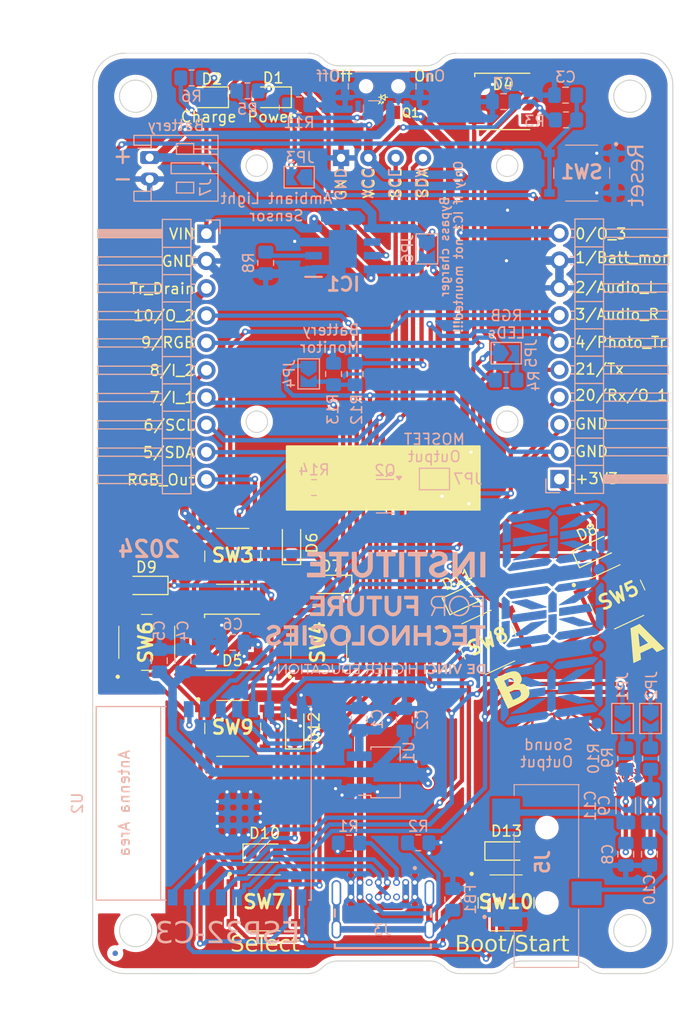
<source format=kicad_pcb>
(kicad_pcb (version 20240108) (generator "pcbnew") (generator_version "8.0")
  (title_block (title "ESP-C3 Eval board") (date "2023-09-26") (rev "1") (company "IFT"))
  (layers (0 "F.Cu" signal) (31 "B.Cu" signal) (34 "B.Paste" user) (35 "F.Paste" user) (36 "B.SilkS" user "B.Silkscreen") (37 "F.SilkS" user "F.Silkscreen") (38 "B.Mask" user) (39 "F.Mask" user) (44 "Edge.Cuts" user))
  (net 0 "")
  (net 1 "GND")
  (net 2 "VBUS")
  (net 3 "Net-(FB1-Pad1)")
  (net 6 "+3.3V")
  (net 7 "Net-(J3-CC1)")
  (net 8 "/D+")
  (net 9 "/D-")
  (net 10 "Net-(J3-CC2)")
  (net 11 "+BATT_after_switch")
  (net 12 "I_1")
  (net 13 "I_2")
  (net 14 "Batt_mon")
  (net 15 "SCL")
  (net 16 "SDA")
  (net 17 "O_3")
  (net 18 "O_1")
  (net 19 "Audio_L")
  (net 20 "Photo_Tr")
  (net 21 "Audio_R")
  (net 22 "RGB_LEDs")
  (net 23 "Net-(IC1-PROG)")
  (net 24 "/Charge")
  (net 25 "Net-(D2-A)")
  (net 26 "/Done")
  (net 27 "Net-(D4-DIN)")
  (net 28 "Net-(D4-DO)")
  (net 29 "Net-(D1-A)")
  (net 30 "/Tx")
  (net 31 "Tr_DRAIN")
  (net 32 "Net-(C8-Pad1)")
  (net 33 "Net-(C10-Pad1)")
  (net 34 "+BATT")
  (net 35 "/PWM_filter/Out")
  (net 36 "/PWM_filter1/Out")
  (net 37 "Net-(U2-EN{slash}CHIP_PU)")
  (net 38 "/PWM_filter/In")
  (net 39 "/PWM_filter1/In")
  (net 40 "Net-(JP3-B)")
  (net 41 "Net-(JP4-B)")
  (net 42 "Net-(JP5-B)")
  (net 44 "O_2")
  (net 45 "Net-(JP7-B)")
  (net 46 "/RGB_OUT")
  (net 47 "Net-(D6-A)")
  (net 48 "Net-(D7-A)")
  (net 49 "Net-(D8-A)")
  (net 50 "Net-(D9-A)")
  (net 51 "Net-(D10-A)")
  (net 52 "Net-(D11-A)")
  (net 53 "Net-(D12-A)")
  (net 54 "Net-(D13-A)")
  (footprint "footprints:PTS526SM15SMTR2LFS" (layer "F.Cu") (at 31.0732 85.7698 90)
    (property "Reference" "SW6")
    (property "Value" "SW_Push_Dual" (hide yes))
  )
  (footprint "Local footprints:Logo_texte_DVIC_kicad_mask_12mm" (layer "F.Cu") (at 69.84 96.774799 25)
    (property "Reference" "G***" (hide yes))
    (property "Value" "LOGO" (hide yes))
  )
  (footprint "footprints:PTS526SM15SMTR2LFS" (layer "F.Cu") (at 39.0732 93.7698)
    (property "Reference" "SW9")
    (property "Value" "SW_Push_Dual" (hide yes))
  )
  (footprint "Diode_SMD:D_0805_2012Metric_Pad1.15x1.40mm_HandSolder" (layer "F.Cu") (at 42.664999 35.074799 180)
    (property "Reference" "D1")
    (property "Value" "LED")
  )
  (footprint "footprints:PTS526SM15SMTR2LFS" (layer "F.Cu") (at 62.8522 85.7698 25)
    (property "Reference" "SW8")
    (property "Value" "SW_Push_Dual" (hide yes))
  )
  (footprint "Diode_SMD:D_SOD-323_HandSoldering" (layer "F.Cu") (at 42.04 105.374799)
    (property "Reference" "D10")
    (property "Value" "1N4148WS")
  )
  (footprint "Diode_SMD:D_SOD-323_HandSoldering" (layer "F.Cu") (at 72.807116 77.203071 25)
    (property "Reference" "D8")
    (property "Value" "1N4148WS")
  )
  (footprint "footprints:PTS526SM15SMTR2LFS" (layer "F.Cu") (at 39.0732 77.7698)
    (property "Reference" "SW3")
    (property "Value" "SW_Push_Dual" (hide yes))
  )
  (footprint "Local footprints:SFH3710" (layer "F.Cu") (at 53.04 36.474799 180)
    (property "Reference" "Q1")
    (property "Value" "Q_Photo_NPN")
  )
  (footprint "Diode_SMD:D_SOD-323_HandSoldering" (layer "F.Cu") (at 48.14 80.374799 180)
    (property "Reference" "D7")
    (property "Value" "1N4148WS")
  )
  (footprint "Diode_SMD:D_SOD-323_HandSoldering" (layer "F.Cu") (at 64.54 105.174799)
    (property "Reference" "D13")
    (property "Value" "1N4148WS")
  )
  (footprint "Fiducial:Fiducial_0.5mm_Mask1.5mm" (layer "F.Cu") (at 28.14 114.69)
    (property "Reference" "REF**" (hide yes))
    (property "Value" "Fiducial_0.5mm_Mask1.5mm")
  )
  (footprint "footprints:PTS526SM15SMTR2LFS" (layer "F.Cu") (at 64.5 110)
    (property "Reference" "SW10")
    (property "Value" "SW_Push_Dual" (hide yes))
  )
  (footprint "LED_SMD:LED_Inolux_IN-PI554FCH_PLCC4_5.0x5.0mm_P3.2mm" (layer "F.Cu") (at 64.21 35.46)
    (property "Reference" "D4")
    (property "Value" "Inolux_IN-PI554FCH")
  )
  (footprint "Diode_SMD:D_SOD-323_HandSoldering" (layer "F.Cu") (at 60.74 81.574799 25)
    (property "Reference" "D11")
    (property "Value" "1N4148WS")
  )
  (footprint "LED_SMD:LED_Inolux_IN-PI554FCH_PLCC4_5.0x5.0mm_P3.2mm" (layer "F.Cu") (at 39.0732 85.7698)
    (property "Reference" "D5")
    (property "Value" "Inolux_IN-PI554FCH")
  )
  (footprint "footprints:SSD1306_module" (layer "F.Cu") (at 52.96 48.33)
    (property "Reference" "J1" (hide yes))
    (property "Value" "Conn_01x04_Socket")
    (fp_circle (center -11.6525 -6.89) (end -10.6525 -6.89) (stroke (width 0.1)) (fill none) (layer "Edge.Cuts"))
    (fp_circle (center -11.644941 16.913663) (end -10.644941 16.913663) (stroke (width 0.1)) (fill none) (layer "Edge.Cuts"))
    (fp_circle (center 11.653495 -6.880162) (end 12.653495 -6.880162) (stroke (width 0.1)) (fill none) (layer "Edge.Cuts"))
    (fp_circle (center 11.653495 16.913663) (end 12.653495 16.913663) (stroke (width 0.1)) (fill none) (layer "Edge.Cuts"))
  )
  (footprint "Diode_SMD:D_SOD-323_HandSoldering" (layer "F.Cu") (at 31.04 80.474799 180)
    (property "Reference" "D9")
    (property "Value" "1N4148WS")
  )
  (footprint "footprints:PTS526SM15SMTR2LFS" (layer "F.Cu") (at 47.0732 85.7698 90)
    (property "Reference" "SW4")
    (property "Value" "SW_Push_Dual" (hide yes))
  )
  (footprint "Diode_SMD:D_SOD-323_HandSoldering" (layer "F.Cu") (at 44.54 76.5248 90)
    (property "Reference" "D6")
    (property "Value" "1N4148WS")
  )
  (footprint "footprints:PTS526SM15SMTR2LFS" (layer "F.Cu") (at 42 110)
    (property "Reference" "SW7")
    (property "Value" "SW_Push_Dual" (hide yes))
  )
  (footprint "Diode_SMD:D_0805_2012Metric_Pad1.15x1.40mm_HandSolder" (layer "F.Cu") (at 36.815001 35.074799 180)
    (property "Reference" "D2")
    (property "Value" "LED")
  )
  (footprint "footprints:PTS526SM15SMTR2LFS" (layer "F.Cu") (at 74.8522 81.5348 25)
    (property "Reference" "SW5")
    (property "Value" "SW_Push_Dual" (hide yes))
  )
  (footprint "Diode_SMD:D_SOD-323_HandSoldering" (layer "F.Cu") (at 44.84 93.674799 90)
    (property "Reference" "D12")
    (property "Value" "1N4148WS")
  )
  (footprint "Resistor_SMD:R_0805_2012Metric_Pad1.20x1.40mm_HandSolder" (layer "B.Cu") (at 42.14 50.474799 90)
    (property "Reference" "R8")
    (property "Value" "2K")
  )
  (footprint "Jumper:SolderJumper-2_P1.3mm_Open_TrianglePad1.0x1.5mm" (layer "B.Cu") (at 75.34 92.8498 -90)
    (property "Reference" "JP1")
    (property "Value" "SolderJumper_2_Open")
  )
  (footprint "Resistor_SMD:R_0805_2012Metric_Pad1.20x1.40mm_HandSolder" (layer "B.Cu") (at 45.24 35.774799)
    (property "Reference" "R11")
    (property "Value" "1M")
  )
  (footprint "Resistor_SMD:R_0805_2012Metric_Pad1.20x1.40mm_HandSolder" (layer "B.Cu") (at 59.54 109.674799 90)
    (property "Reference" "FB1")
    (property "Value" "FerriteBead")
  )
  (footprint "Jumper:SolderJumper-2_P1.3mm_Open_TrianglePad1.0x1.5mm" (layer "B.Cu") (at 57.14 49.174799 -90)
    (property "Reference" "JP6")
    (property "Value" "SolderJumper_2_Open")
  )
  (footprint "Resistor_SMD:R_0805_2012Metric_Pad1.20x1.40mm_HandSolder" (layer "B.Cu") (at 35.24 33.274799)
    (property "Reference" "R6")
    (property "Value" "10K")
  )
  (footprint "Package_TO_SOT_SMD:SOT-23-3" (layer "B.Cu") (at 53.24 72.174799 180)
    (property "Reference" "Q2")
    (property "Value" "Q_NMOS_GSD")
  )
  (footprint "Resistor_SMD:R_0805_2012Metric_Pad1.20x1.40mm_HandSolder" (layer "B.Cu") (at 77.94 96.574799 90)
    (property "Reference" "R10")
    (property "Value" "2.2K")
  )
  (footprint "Capacitor_SMD:C_0805_2012Metric_Pad1.18x1.45mm_HandSolder" (layer "B.Cu") (at 39.0732 85.7698 180)
    (property "Reference" "C6")
    (property "Value" "10uF")
  )
  (footprint "Resistor_SMD:R_0805_2012Metric_Pad1.20x1.40mm_HandSolder" (layer "B.Cu") (at 40.44 34.474799)
    (property "Reference" "R5")
    (property "Value" "10K")
  )
  (footprint "Capacitor_SMD:C_0805_2012Metric_Pad1.18x1.45mm_HandSolder" (layer "B.Cu") (at 34.44 87.474799 90)
    (property "Reference" "C4")
    (property "Value" "10u")
  )
  (footprint "Capacitor_SMD:C_0805_2012Metric_Pad1.18x1.45mm_HandSolder" (layer "B.Cu") (at 32.24 87.474799 90)
    (property "Reference" "C5")
    (property "Value" "100nF")
  )
  (footprint "Resistor_SMD:R_0805_2012Metric_Pad1.20x1.40mm_HandSolder" (layer "B.Cu") (at 64.508199 61.374799)
    (property "Reference" "R4")
    (property "Value" "330")
  )
  (footprint "Jumper:SolderJumper-2_P1.3mm_Open_TrianglePad1.0x1.5mm" (layer "B.Cu") (at 77.94 92.8498 -90)
    (property "Reference" "JP2")
    (property "Value" "SolderJumper_2_Open")
  )
  (footprint "Resistor_SMD:R_0805_2012Metric_Pad1.20x1.40mm_HandSolder" (layer "B.Cu") (at 48.452999 60.809798 90)
    (property "Reference" "R13")
    (property "Value" "10K")
  )
  (footprint "Resistor_SMD:R_1206_3216Metric_Pad1.30x1.75mm_HandSolder" (layer "B.Cu") (at 75.64 100.974799 -90)
    (property "Reference" "C9")
    (property "Value" "100u")
  )
  (footprint "footprints:PTS526SM15SMTR2LFS" (layer "B.Cu") (at 71.54 42.124799 180)
    (property "Reference" "SW1")
    (property "Value" "SW_Push_Dual" (hide yes))
  )
  (footprint "footprints:segments" (layer "B.Cu") (at 68.74 90.274799 -90)
    (property "Reference" "G001" (hide yes))
    (property "Value" "LOGO" (hide yes))
  )
  (footprint "Local footprints:SOIC127P600X170-9N" (layer "B.Cu") (at 49.315 49.1698)
    (property "Reference" "IC1")
    (property "Value" "DIO5508XS8" (hide yes))
  )
  (footprint "footprints:segments" (layer "B.Cu") (at 68.94 75.974799 -90)
    (property "Reference" "G001" (hide yes))
    (property "Value" "LOGO" (hide yes))
  )
  (footprint "Resistor_SMD:R_0805_2012Metric_Pad1.20x1.40mm_HandSolder" (layer "B.Cu") (at 50.452999 60.809798 -90)
    (property "Reference" "R12")
    (property "Value" "10K")
  )
  (footprint "Jumper:SolderJumper-2_P1.3mm_Open_TrianglePad1.0x1.5mm" (layer "B.Cu") (at 46.14 60.799798 -90)
    (property "Reference" "JP4")
    (property "Value" "SolderJumper_2_Open")
  )
  (footprint "Capacitor_SMD:C_0805_2012Metric_Pad1.18x1.45mm_HandSolder" (layer "B.Cu") (at 77.84 105.474799 -90)
    (property "Reference" "C10")
    (property "Value" "100nF")
  )
  (footprint "Capacitor_SMD:C_0805_2012Metric_Pad1.18x1.45mm_HandSolder" (layer "B.Cu") (at 64.2775 35.4748 180)
    (property "Reference" "C7")
    (property "Value" "10uF")
  )
  (footprint "Connector_JST:JST_PH_S2B-PH-K_1x02_P2.00mm_Horizontal" (layer "B.Cu") (at 31.34 40.674799 -90)
    (property "Reference" "J7")
    (property "Value" "Conn_01x02")
  )
  (footprint "Package_TO_SOT_SMD:SOT-89-3_Handsoldering" (layer "B.Cu") (at 53.29 97.86)
    (property "Reference" "U1")
    (property "Value" "AZ1117CR-3.3TRG1")
  )
  (footprint "Resistor_SMD:R_0805_2012Metric_Pad1.20x1.40mm_HandSolder" (layer "B.Cu") (at 75.64 96.574799 90)
    (property "Reference" "R9")
    (property "Value" "2.2K")
  )
  (footprint "Capacitor_SMD:C_0805_2012Metric_Pad1.18x1.45mm_HandSolder" (layer "B.Cu") (at 75.64 105.474799 -90)
    (property "Reference" "C8")
    (property "Value" "100nF")
  )
  (footprint "Jumper:SolderJumper-2_P1.3mm_Open_TrianglePad1.0x1.5mm" (layer "B.Cu") (at 64.515001 58.874799)
    (property "Reference" "JP5")
    (property "Value" "SolderJumper_2_Open")
  )
  (footprint "Connector_PinHeader_2.54mm:PinHeader_1x10_P2.54mm_Horizontal" (layer "B.Cu") (at 36.6242 47.758401 180)
    (property "Reference" "J4" (hide yes))
    (property "Value" "Conn_01x10_Pin")
  )
  (footprint "Fiducial:Fiducial_0.5mm_Mask1.5mm" (layer "B.Cu") (at 28.14 114.69 180)
    (property "Reference" "REF**" (hide yes))
    (property "Value" "Fiducial_0.5mm_Mask1.5mm")
  )
  (footprint "Capacitor_SMD:C_0805_2012Metric_Pad1.18x1.45mm_HandSolder" (layer "B.Cu") (at 70.04 34.874799 180)
    (property "Reference" "C3")
    (property "Value" "1u")
  )
  (footprint "Resistor_SMD:R_0805_2012Metric_Pad1.20x1.40mm_HandSolder" (layer "B.Cu") (at 49.89 104.44)
    (property "Reference" "R1")
    (property "Value" "5.1K")
  )
  (footprint "Resistor_SMD:R_0805_2012Metric_Pad1.20x1.40mm_HandSolder" (layer "B.Cu") (at 70.0775 37.174799 180)
    (property "Reference" "R3")
    (property "Value" "10K")
  )
  (footprint "footprints:segments" (layer "B.Cu") (at 68.84 83.074799 -90)
    (property "Reference" "G001" (hide yes))
    (property "Value" "LOGO" (hide yes))
  )
  (footprint "Local footprints:GCT_USB4085-GF-A_REVB" (layer "B.Cu") (at 53.040001 112.462299 180)
    (property "Reference" "J3")
    (property "Value" "USB4085-GF-A_REVB")
  )
  (footprint "Connector_PinHeader_2.54mm:PinHeader_1x10_P2.54mm_Horizontal" (layer "B.Cu") (at 69.47 70.58)
    (property "Reference" "J2" (hide yes))
    (property "Value" "Conn_01x10_Pin")
  )
  (footprint "Capacitor_SMD:C_0805_2012Metric_Pad1.18x1.45mm_HandSolder" (layer "B.Cu") (at 50.84 92.9125 90)
    (property "Reference" "C1")
    (property "Value" "22u")
  )
  (footprint "Resistor_SMD:R_0805_2012Metric_Pad1.20x1.40mm_HandSolder" (layer "B.Cu") (at 56.33 104.41)
    (property "Reference" "R2")
    (property "Value" "5.1K")
  )
  (footprint "Local footprints:MSK12C02" (layer "B.Cu") (at 52.98 34.05)
    (property "Reference" "S3" (hide yes))
    (property "Value" "MSK12C02" (hide yes))
  )
  (footprint "Local footprints:SJ3523SMTTR" (layer "B.Cu") (at 68.301801 113.501599 90)
    (property "Reference" "J5")
    (property "Value" "SJ-3523-SMT-TR" (hide yes))
  )
  (footprint "Jumper:SolderJumper-2_P1.3mm_Open_TrianglePad1.0x1.5mm" (layer "B.Cu") (at 45.252801 42.5068 180)
    (property "Reference" "JP3")
    (property "Value" "SolderJumper_2_Open")
  )
  (footprint "Local footprints:Logo_IFT_50mm_silk" (layer "B.Cu") (at 52.34 81.174799 180)
    (property "Reference" "G***" (hide yes))
    (property "Value" "LOGO" (hide yes))
  )
  (footprint "Resistor_SMD:R_0805_2012Metric_Pad1.20x1.40mm_HandSolder" (layer "B.Cu") (at 46.64 71.374799 180)
    (property "Reference" "R14")
    (property "Value" "10k")
  )
  (footprint "Jumper:SolderJumper-2_P1.3mm_Open_TrianglePad1.0x1.5mm" (layer "B.Cu") (at 57.84 70.574799 180)
    (property "Reference" "JP7")
    (property "Value" "SolderJumper_2_Open")
  )
  (footprint "Capacitor_SMD:C_0805_2012Metric_Pad1.18x1.45mm_HandSolder" (layer "B.Cu") (at 55.04 92.974799 90)
    (property "Reference" "C2")
    (property "Value" "22u")
  )
  (footprint "Resistor_SMD:R_1206_3216Metric_Pad1.30x1.75mm_HandSolder" (layer "B.Cu") (at 77.94 100.974799 -90)
    (property "Reference" "C11")
    (property "Value" "100u")
  )
  (footprint "Espressif:ESP32-C3-WROOM-02" (layer "B.Cu") (at 39.37 100.74 -90)
    (property "Reference" "U2")
    (property "Value" "ESP32-C3-WROOM-02")
  )
  (gr_poly (pts (xy 62.039999 67.544798) (xy 44.109999 67.544798) (xy 44.109999 73.418797) (xy 62.04 73.418797)) (stroke (width 0.2)) (fill solid) (layer "F.SilkS"))
  (gr_circle (center 30.040001 112.5748) (end 30.040001 111.074799) (stroke (width 0.1)) (fill none) (layer "Edge.Cuts"))
  (gr_arc (start 73.61376 116.574799) (mid 72.848401 116.422545) (end 72.199545 115.989013) (stroke (width 0.1)) (layer "Edge.Cuts"))
  (gr_line (start 48.963063 32.148572) (end 57.034633 32.148572) (stroke (width 0.1)) (layer "Edge.Cuts"))
  (gr_arc (start 29.04 116.5748) (mid 26.918674 115.696121) (end 26.04 113.5748) (stroke (width 0.1)) (layer "Edge.Cuts"))
  (gr_arc (start 70.78533 115.403228) (mid 71.550695 115.555474) (end 72.199545 115.989013) (stroke (width 0.1)) (layer "Edge.Cuts"))
  (gr_circle (center 76.02 34.976999) (end 77.520001 34.976999) (stroke (width 0.1)) (fill none) (layer "Edge.Cuts"))
  (gr_line (start 29.04 116.5748) (end 46.027585 116.576585) (stroke (width 0.1)) (layer "Edge.Cuts"))
  (gr_arc (start 46.134633 30.976999) (mid 46.899999 31.129245) (end 47.548848 31.562786) (stroke (width 0.1)) (layer "Edge.Cuts"))
  (gr_line (start 80.02 33.974799) (end 80.020001 113.574799) (stroke (width 0.1)) (layer "Edge.Cuts"))
  (gr_circle (center 30.04 34.974799) (end 31.540001 34.974799) (stroke (width 0.1)) (fill none) (layer "Edge.Cuts"))
  (gr_line (start 60.207294 116.57484) (end 63.130901 116.574799) (stroke (width 0.1)) (layer "Edge.Cuts"))
  (gr_arc (start 64.545116 115.989013) (mid 63.896269 116.42256) (end 63.130901 116.574799) (stroke (width 0.1)) (layer "Edge.Cuts"))
  (gr_line (start 48.856016 115.405013) (end 57.378864 115.403269) (stroke (width 0.1)) (layer "Edge.Cuts"))
  (gr_arc (start 60.207294 116.57484) (mid 59.441925 116.4226) (end 58.793079 115.989054) (stroke (width 0.1)) (layer "Edge.Cuts"))
  (gr_arc (start 47.4418 115.9908) (mid 48.090647 115.557252) (end 48.856016 115.405013) (stroke (width 0.1)) (layer "Edge.Cuts"))
  (gr_line (start 46.134633 30.976999) (end 29.04 30.974799) (stroke (width 0.05)) (layer "Edge.Cuts"))
  (gr_circle (center 76.02 112.574799) (end 76.02 111.074798) (stroke (width 0.1)) (fill none) (layer "Edge.Cuts"))
  (gr_arc (start 80.020001 113.574799) (mid 79.141321 115.696119) (end 77.02 116.574799) (stroke (width 0.1)) (layer "Edge.Cuts"))
  (gr_line (start 26.04 113.5748) (end 26.04 33.974799) (stroke (width 0.1)) (layer "Edge.Cuts"))
  (gr_arc (start 64.545116 115.989013) (mid 65.193975 115.555502) (end 65.959331 115.403228) (stroke (width 0.1)) (layer "Edge.Cuts"))
  (gr_arc (start 77.02 30.9748) (mid 79.141314 31.85348) (end 80.02 33.974799) (stroke (width 0.1)) (layer "Edge.Cuts"))
  (gr_arc (start 48.963063 32.148572) (mid 48.197709 31.996303) (end 47.548848 31.562786) (stroke (width 0.1)) (layer "Edge.Cuts"))
  (gr_line (start 70.78533 115.403228) (end 65.959331 115.403228) (stroke (width 0.1)) (layer "Edge.Cuts"))
  (gr_arc (start 26.04 33.974799) (mid 26.918674 31.853467) (end 29.04 30.974799) (stroke (width 0.1)) (layer "Edge.Cuts"))
  (gr_arc (start 47.4418 115.9908) (mid 46.792952 116.424341) (end 46.027585 116.576585) (stroke (width 0.1)) (layer "Edge.Cuts"))
  (gr_line (start 77.02 30.9748) (end 59.863063 30.976999) (stroke (width 0.05)) (layer "Edge.Cuts"))
  (gr_arc (start 57.378864 115.403269) (mid 58.144228 115.555509) (end 58.793079 115.989054) (stroke (width 0.1)) (layer "Edge.Cuts"))
  (gr_arc (start 58.448847 31.562787) (mid 57.800003 31.996338) (end 57.034633 32.148572) (stroke (width 0.1)) (layer "Edge.Cuts"))
  (gr_line (start 73.61376 116.574799) (end 77.02 116.574799) (stroke (width 0.1)) (layer "Edge.Cuts"))
  (gr_arc (start 58.448847 31.562787) (mid 59.097687 31.129219) (end 59.863063 30.976999) (stroke (width 0.1)) (layer "Edge.Cuts"))
  (gr_text "MOSFET\nOutput" (at 57.84 69.074799 0) (layer "B.SilkS") (effects (font (size 1 1)) (justify bottom mirror)))
  (gr_text "Battery" (at 36.54 38.274799 0) (layer "B.SilkS") (effects (font (size 1 1)) (justify left bottom mirror)))
  (gr_text "2024" (at 34.34 77.974799 -0) (layer "B.SilkS") (effects (font (size 1.5 1.5) (thickness 0.3) (bold yes)) (justify left bottom mirror)))
  (gr_text "Bypass charger\nOnly if IC1 not mounted!!!" (at 60.54 48.974799 90) (layer "B.SilkS") (effects (font (size 0.8 0.8)) (justify bottom mirror)))
  (gr_text "On" (at 58.94 33.674799 -0) (layer "B.SilkS") (effects (font (size 1 1)) (justify left bottom mirror)))
  (gr_text "Sound\nOutput" (at 70.84 97.474799 0) (layer "B.SilkS") (effects (font (size 1 1)) (justify left bottom mirror)))
  (gr_text "ESP32-C3" (at 45.34 114.074799 0) (layer "B.SilkS") (effects (font (size 2 2) (thickness 0.2)) (justify left bottom mirror)))
  (gr_text "-" (at 28.84 43.474799 -0) (layer "B.SilkS") (effects (font (size 1.5 1.5) (thickness 0.2)) (justify bottom mirror)))
  (gr_text "Ambiant Light\nSensor" (at 43.14 46.674799 -0) (layer "B.SilkS") (effects (font (size 1 1)) (justify bottom mirror)))
  (gr_text "+" (at 28.84 41.374799 0) (layer "B.SilkS") (effects (font (size 1.5 1.5) (thickness 0.2)) (justify bottom mirror)))
  (gr_text "RGB\nLEDs" (at 64.54 57.574799 0) (layer "B.SilkS") (effects (font (size 1 1)) (justify bottom mirror)))
  (gr_text "Off" (at 49.14 33.674799 -0) (layer "B.SilkS") (effects (font (size 1 1)) (justify left bottom mirror)))
  (gr_text "Reset" (at 77.54 39.374799 90) (layer "B.SilkS") (effects (font (size 1.5 1.5)) (justify left bottom mirror)))
  (gr_text "Battery\nMonitor" (at 50.952999 58.909798 0) (layer "B.SilkS") (effects (font (size 1 1)) (justify left bottom mirror)))
  (gr_text "-" (at 28.84 43.474799 0) (layer "F.SilkS") (effects (font (size 1.5 1.5) (thickness 0.2)) (justify bottom)))
  (gr_text "RGB_Out" (at 29.144761 71.244799 0) (layer "F.SilkS") (effects (font (size 1 1)) (justify left bottom)))
  (gr_text "4/Photo_Tr" (at 70.84 58.447199 0) (layer "F.SilkS") (effects (font (size 1 1)) (justify left bottom)))
  (gr_text "GND" (at 70.84 68.607199 0) (layer "F.SilkS") (effects (font (size 1 1)) (justify left bottom)))
  (gr_text "On" (at 55.84 33.674799 0) (layer "F.SilkS") (effects (font (size 1 1)) (justify left bottom)))
  (gr_text "Tr_Drain" (at 29.382856 53.454799 0) (layer "F.SilkS") (effects (font (size 1 1)) (justify left bottom)))
  (gr_text "21/Tx" (at 70.84 60.936399 0) (layer "F.SilkS") (effects (font (size 1 1)) (justify left bottom)))
  (gr_text "2/Audio_L" (at 70.84 53.341799 0) (layer "F.SilkS") (effects (font (size 1 1)) (justify left bottom)))
  (gr_text "6/SCL" (at 30.668571 66.1548 0) (layer "F.SilkS") (effects (font (size 1 1)) (justify left bottom)))
  (gr_text "7/I_1" (at 31.24 63.584799 0) (layer "F.SilkS") (effects (font (size 1 1)) (justify left bottom)))
  (gr_text "A" (at 76.54 88.174799 25) (layer "F.SilkS") (effects (font (size 3 3) (thickness 0.6) (bold yes)) (justify left bottom)))
  (gr_text "Off" (at 47.94 33.674799 0) (layer "F.SilkS") (effects (font (size 1 1)) (justify left bottom)))
  (gr_text "B" (at 64.54 92.574799 25) (layer "F.SilkS") (effects (font (size 3 3) (thickness 0.6) (bold yes)) (justify left bottom)))
  (gr_text "GND" (at 70.84 66.041799 0) (layer "F.SilkS") (effects (font (size 1 1)) (justify left bottom)))
  (gr_text "GND" (at 32.382857 50.914799 0) (layer "F.SilkS") (effects (font (size 1 1)) (justify left bottom)))
  (gr_text "Power" (at 40.34 37.474799 -0) (layer "F.SilkS") (effects (font (size 1 1)) (justify left bottom)))
  (gr_text "9/RGB" (at 30.44 58.474799 0) (layer "F.SilkS") (effects (font (size 1 1)) (justify left bottom)))
  (gr_text "Charge" (at 34.14 37.474799 -0) (layer "F.SilkS") (effects (font (size 1 1)) (justify left bottom)))
  (gr_text "+" (at 28.84 41.374799 -0) (layer "F.SilkS") (effects (font (size 1.5 1.5) (thickness 0.2)) (justify bottom)))
  (gr_text "Boot/Start" (at 59.74 114.774799 0) (layer "F.SilkS") (effects (font (size 1.5 1.5)) (justify left bottom)))
  (gr_text "20/Rx/O_1" (at 70.84 63.374799 0) (layer "F.SilkS") (effects (font (size 1 1)) (justify left bottom)))
  (gr_text "1/Batt_mon" (at 70.84 50.573199 0) (layer "F.SilkS") (effects (font (size 1 1)) (justify left bottom)))
  (gr_text "+3V3" (at 70.84 71.121799 0) (layer "F.SilkS") (effects (font (size 1 1)) (justify left bottom)))
  (gr_text "0/O_3" (at 70.84 48.363399 0) (layer "F.SilkS") (effects (font (size 1 1)) (justify left bottom)))
  (gr_text "Select" (at 38.84 114.774799 0) (layer "F.SilkS") (effects (font (size 1.5 1.5)) (justify left bottom)))
  (gr_text "10/O_2" (at 29.71619 55.974799 0) (layer "F.SilkS") (effects (font (size 1 1)) (justify left bottom)))
  (gr_text "8/I_2" (at 31.24 61.064799 0) (layer "F.SilkS") (effects (font (size 1 1)) (justify left bottom)))
  (gr_text "3/Audio_R" (at 70.84 55.856399 0) (layer "F.SilkS") (effects (font (size 1 1)) (justify left bottom)))
  (gr_text "5/SDA" (at 30.620952 68.694799 0) (layer "F.SilkS") (effects (font (size 1 1)) (justify left bottom)))
  (gr_text "VIN" (at 33.049524 48.374799 0) (layer "F.SilkS") (effects (font (size 1 1)) (justify left bottom)))
  (segment (start 56.015001 106.699798) (end 57.34 105.374799) (width 0.6) (layer "F.Cu") (net 1))
  (segment (start 50.065001 108.102299) (end 50.065001 106.4248) (width 0.6) (layer "F.Cu") (net 1))
  (segment (start 50.065001 110.1998) (end 51.14 111.274799) (width 0.6) (layer "F.Cu") (net 1))
  (segment (start 56.015001 108.102299) (end 56.015001 109.452299) (width 0.6) (layer "F.Cu") (net 1))
  (segment (start 46.34 91.574799) (end 45.44 90.674799) (width 0.6) (layer "F.Cu") (net 1))
  (segment (start 36.628199 84.174799) (end 36.6232 84.1698) (width 0.8) (layer "F.Cu") (net 1))
  (segment (start 49.24 104.799799) (end 48.84 105.199799) (width 0.6) (layer "F.Cu") (net 1))
  (segment (start 41.268201 90.674799) (end 39.64 92.303) (width 0.8) (layer "F.Cu") (net 1))
  (segment (start 49.24 99.974799) (end 49.24 104.799799) (width 0.6) (layer "F.Cu") (net 1))
  (segment (start 63.24 33.874799) (end 61.774799 33.874799) (width 0.4) (layer "F.Cu") (net 1))
  (segment (start 55.34 111.274799) (end 56.015001 110.599798) (width 0.6) (layer "F.Cu") (net 1))
  (segment (start 45.44 90.674799) (end 41.268201 90.674799) (width 0.8) (layer "F.Cu") (net 1))
  (segment (start 45.358726 93.539967) (end 45.433843 93.539967) (width 0.8) (layer "F.Cu") (net 1))
  (segment (start 48.64 99.374799) (end 49.24 99.974799) (width 0.6) (layer "F.Cu") (net 1))
  (segment (start 50.065001 106.4248) (end 48.84 105.199799) (width 0.6) (layer "F.Cu") (net 1))
  (segment (start 50.065001 108.102299) (end 50.065001 109.452299) (width 0.6) (layer "F.Cu") (net 1))
  (segment (start 56.015001 108.102299) (end 56.015001 106.699798) (width 0.6) (layer "F.Cu") (net 1))
  (segment (start 39.64 92.303) (end 39.64 99.674799) (width 0.8) (layer "F.Cu") (net 1))
  (segment (start 46.34 91.974799) (end 46.34 91.574799) (width 0.6) (layer "F.Cu") (net 1))
  (segment (start 45.433843 93.539967) (end 46.34 92.63381) (width 0.8) (layer "F.Cu") (net 1))
  (segment (start 50.065001 109.452299) (end 50.065001 110.1998) (width 0.6) (layer "F.Cu") (net 1))
  (segment (start 51.14 111.274799) (end 55.34 111.274799) (width 0.6) (layer "F.Cu") (net 1))
  (segment (start 38.04 84.174799) (end 36.628199 84.174799) (width 0.8) (layer "F.Cu") (net 1))
  (segment (start 46.34 92.63381) (end 46.34 91.974799) (width 0.8) (layer "F.Cu") (net 1))
  (segment (start 56.015001 110.599798) (end 56.015001 109.452299) (width 0.6) (layer "F.Cu") (net 1))
  (segment (start 61.774799 33.874799) (end 61.76 33.86) (width 0.4) (layer "F.Cu") (net 1))
  (via (at 49.24 99.974801) (size 0.6) (drill 0.3) (layers "F.Cu" "B.Cu") (net 1))
  (via (at 37.64 101.674799) (size 0.6) (drill 0.3) (layers "F.Cu" "B.Cu") (net 1))
  (via (at 64.54 50.274799) (size 0.6) (drill 0.3) (layers "F.Cu" "B.Cu") (net 1))
  (via (at 61.04 72.874797) (size 0.6) (drill 0.3) (layers "F.Cu" "B.Cu") (net 1))
  (via (at 48.84 105.199799) (size 0.6) (drill 0.3) (layers "F.Cu" "B.Cu") (net 1))
  (via (at 38.04 84.174799) (size 0.6) (drill 0.3) (layers "F.Cu" "B.Cu") (net 1))
  (via (at 37.64 102.874799) (size 0.6) (drill 0.3) (layers "F.Cu" "B.Cu") (net 1))
  (via (at 41.64 102.474799) (size 0.6) (drill 0.3) (layers "F.Cu" "B.Cu") (net 1))
  (via (at 48.04 58.774799) (size 0.6) (drill 0.3) (layers "F.Cu" "B.Cu") (net 1))
  (via (at 38.54 99.674799) (size 0.6) (drill 0.3) (layers "F.Cu" "B.Cu") (net 1))
  (via (at 41.64 100.574799) (size 0.6) (drill 0.3) (layers "F.Cu" "B.Cu") (net 1))
  (via (at 37.64 100.574799) (size 0.6) (drill 0.3) (layers "F.Cu" "B.Cu") (net 1))
  (via (at 57.34 105.374799) (size 0.6) (drill 0.3) (layers "F.Cu" "B.Cu") (net 1))
  (via (at 44.84 48.474799) (size 0.6) (drill 0.3) (layers "F.Cu" "B.Cu") (net 1))
  (via (at 58.54 72.174799) (size 0.6) (drill 0.3) (layers "F.Cu" "B.Cu") (net 1))
  (via (at 72.94 40.274799) (size 0.6) (drill 0.3) (layers "F.Cu" "B.Cu") (net 1))
  (via (at 38.54 103.674799) (size 0.6) (drill 0.3) (layers "F.Cu" "B.Cu") (net 1))
  (via (at 46.34 91.974799) (size 0.6) (drill 0.3) (layers "F.Cu" "B.Cu") (net 1))
  (via (at 52.54 99.674799) (size 0.6) (drill 0.3) (layers "F.Cu" "B.Cu") (net 1))
  (via (at 58.44 104.374799) (size 0.6) (drill 0.3) (layers "F.Cu" "B.Cu") (net 1))
  (via (at 72.94 43.974799) (size 0.6) (drill 0.3) (layers "F.Cu" "B.Cu") (net 1))
  (via (at 45.358726 93.539967) (size 0.6) (drill 0.3) (layers "F.Cu" "B.Cu") (net 1))
  (via (at 41.64 101.674799) (size 0.6) (drill 0.3) (layers "F.Cu" "B.Cu") (net 1))
  (via (at 45.44 90.674799) (size 0.6) (drill 0.3) (layers "F.Cu" "B.Cu") (net 1))
  (via (at 39.64 103.674799) (size 0.6) (drill 0.3) (layers "F.Cu" "B.Cu") (net 1))
  (via (at 48.64 99.374799) (size 0.6) (drill 0.3) (layers "F.Cu" "B.Cu") (net 1))
  (via (at 63.24 33.874799) (size 0.6) (drill 0.3) (layers "F.Cu" "B.Cu") (net 1))
  (via (at 64.64 45.574799) (size 0.6) (drill 0.3) (layers "F.Cu" "B.Cu") (net 1))
  (via (at 40.74 99.674799) (size 0.6) (drill 0.3) (layers "F.Cu" "B.Cu") (net 1))
  (via (at 39.64 99.674799) (size 0.6) (drill 0.3) (layers "F.Cu" "B.Cu") (net 1))
  (via (at 40.54 103.674799) (size 0.6) (drill 0.3) (layers "F.Cu" "B.Cu") (net 1))
  (segment (start 50.84 99.36) (end 50.225199 99.974801) (width 0.6) (layer "B.Cu") (net 1))
  (segment (start 58.404799 104.41) (end 58.44 104.374799) (width 0.4) (layer "B.Cu") (net 1))
  (segment (start 54.977701 91.875) (end 55.04 91.937299) (width 0.6) (layer "B.Cu") (net 1))
  (segment (start 50.84 99.36) (end 52.225201 99.36) (width 0.6) (layer "B.Cu") (net 1))
  (segment (start 45.47 93.428693) (end 45.358726 93.539967) (width 0.8) (layer "B.Cu") (net 1))
  (segment (start 56.43 35.100001) (end 56.43 33.048572) (width 0.8) (layer "B.Cu") (net 1))
  (segment (start 35.7775 86.437299) (end 38.04 84.174799) (width 0.8) (layer "B.Cu") (net 1))
  (segment (start 45.47 91.99) (end 45.47 93.428693) (width 0.8) (layer "B.Cu") (net 1))
  (segment (start 48.452999 59.809798) (end 48.452999 59.187798) (width 0.4) (layer "B.Cu") (net 1))
  (segment (start 45.47 91.99) (end 45.47 90.704799) (width 0.8) (layer "B.Cu") (net 1))
  (segment (start 50.225199 99.974801) (end 49.24 99.974801) (width 0.6) (layer "B.Cu") (net 1))
  (segment (start 48.89 105.149799) (end 48.84 105.199799) (width 0.6) (layer "B.Cu") (net 1))
  (segment (start 34.44 86.437299) (end 35.7775 86.437299) (width 0.8) (layer "B.Cu") (net 1))
  (segment (start 50.84 91.875) (end 46.439799 91.875) (width 0.6) (layer "B.Cu") (net 1))
  (segment (start 46.439799 91.875) (end 46.34 91.974799) (width 0.6) (layer "B.Cu") (net 1))
  (segment (start 42.14 51.474799) (end 46.19 51.474799) (width 0.8) (layer "B.Cu") (net 1))
  (segment (start 32.24 86.437299) (end 34.44 86.437299) (width 0.8) (layer "B.Cu") (net 1))
  (segment (start 50.84 91.875) (end 54.977701 91.875) (width 0.6) (layer "B.Cu") (net 1))
  (segment (start 46.324799 91.99) (end 46.34 91.974799) (width 0.8) (layer "B.Cu") (net 1))
  (segment (start 56.015001 108.102299) (end 56.015001 109.452299) (width 0.6) (layer "B.Cu") (net 1))
  (segment (start 48.452999 59.187798) (end 48.04 58.774799) (width 0.4) (layer "B.Cu") (net 1))
  (segment (start 57.33 104.41) (end 57.33 105.364799) (width 0.4) (layer "B.Cu") (net 1))
  (segment (start 57.33 105.364799) (end 57.34 105.374799) (width 0.4) (layer "B.Cu") (net 1))
  (segment (start 60.79 73.124799) (end 61.04 72.874799) (width 0.8) (layer "B.Cu") (net 1))
  (segment (start 54.3775 73.124799) (end 57.59 73.124799) (width 0.8) (layer "B.Cu") (net 1))
  (segment (start 36.6242 50.298401) (end 37.800598 51.474799) (width 0.8) (layer "B.Cu") (net 1))
  (segment (start 49.315 50.599799) (end 49.315 49.1698) (width 0.8) (layer "B.Cu") (net 1))
  (segment (start 50.065001 108.102299) (end 50.065001 109.452299) (width 0.6) (layer "B.Cu") (net 1))
  (segment (start 37.800598 51.474799) (end 42.14 51.474799) (width 0.8) (layer "B.Cu") (net 1))
  (segment (start 48.84 51.074799) (end 49.315 50.599799) (width 0.8) (layer "B.Cu") (net 1))
  (segment (start 48.654799 99.36) (end 48.64 99.374799) (width 0.6) (layer "B.Cu") (net 1))
  (segment (start 46.59 51.074799) (end 48.84 51.074799) (width 0.8) (layer "B.Cu") (net 1))
  (segment (start 57.33 104.41) (end 58.404799 104.41) (width 0.4) (layer "B.Cu") (net 1))
  (segment (start 54.3775 73.124799) (end 60.79 73.124799) (width 0.8) (layer "B.Cu") (net 1))
  (segment (start 46.59 48.5348) (end 48.68 48.5348) (width 0.8) (layer "B.Cu") (net 1))
  (segment (start 57.59 73.124799) (end 58.54 72.174799) (width 0.8) (layer "B.Cu") (net 1))
  (segment (start 69.47 50.26) (end 69.47 52.799999) (width 0.8) (layer "B.Cu") (net 1))
  (segment (start 52.225201 99.36) (end 52.54 99.674799) (width 0.6) (layer "B.Cu") (net 1))
  (segment (start 64.554799 50.26) (end 64.54 50.274799) (width 0.8) (layer "B.Cu") (net 1))
  (segment (start 50.84 99.36) (end 48.654799 99.36) (width 0.6) (layer "B.Cu") (net 1))
  (segment (start 49.53 35.100001) (end 49.53 33.048572) (width 0.8) (layer "B.Cu") (net 1))
  (segment (start 38.0357 84.179099) (end 38.04 84.174799) (width 0.8) (layer "B.Cu") (net 1))
  (segment (start 45.47 90.704799) (end 45.44 90.674799) (width 0.8) (layer "B.Cu") (net 1))
  (segment (start 69.47 50.26) (end 64.554799 50.26) (width 0.8) (layer "B.Cu") (net 1))
  (segment (start 46.59 48.5348) (end 44.900001 48.5348) (width 0.8) (layer "B.Cu") (net 1))
  (segment (start 74.54 40.274799) (end 74.54 43.974799) (width 0.8) (layer "B.Cu") (net 1))
  (segment (start 63.24 35.474799) (end 63.24 33.874799) (width 0.4) (layer "B.Cu") (net 1))
  (segment (start 46.19 51.474799) (end 46.59 51.074799) (width 0.8) (layer "B.Cu") (net 1))
  (segment (start 44.900001 48.5348) (end 44.84 48.474799) (width 0.8) (layer "B.Cu") (net 1))
  (segment (start 45.47 91.99) (end 46.324799 91.99) (width 0.8) (layer "B.Cu") (net 1))
  (segment (start 48.68 48.5348) (end 49.315 49.1698) (width 0.8) (layer "B.Cu") (net 1))
  (segment (start 38.0357 85.7698) (end 38.0357 84.179099) (width 0.8) (layer "B.Cu") (net 1))
  (segment (start 48.89 104.44) (end 48.89 105.149799) (width 0.6) (layer "B.Cu") (net 1))
  (segment (start 36.6242 37.658999) (end 35.24 36.274799) (width 0.4) (layer "F.Cu") (net 2))
  (segment (start 58.24 63.774799) (end 58.24 51.674799) (width 0.6) (layer "F.Cu") (net 2))
  (segment (start 50.915002 108.102299) (end 50.915002 109.452299) (width 0.6) (layer "F.Cu") (net 2))
  (segment (start 54.74 67.274799) (end 58.24 63.774799) (width 0.6) (layer "F.Cu") (net 2))
  (segment (start 50.915002 94.299797) (end 54.74 90.474799) (width 0.6) (layer "F.Cu") (net 2))
  (segment (start 55.165 109.911918) (end 55.165 109.452299) (width 0.6) (layer "F.Cu") (net 2))
  (segment (start 50.915002 108.102299) (end 50.915002 94.299797) (width 0.6) (layer "F.Cu") (net 2))
  (segment (start 50.915002 109.452299) (end 50.915002 109.769028) (width 0.6) (layer "F.Cu") (net 2))
  (segment (start 55.165 108.102299) (end 55.165 109.452299) (width 0.6) (layer "F.Cu") (net 2))
  (segment (start 36.6242 47.758401) (end 36.6242 37.658999) (width 0.4) (layer "F.Cu") (net 2))
  (segment (start 50.915002 109.769028) (end 51.520773 110.374799) (width 0.6) (layer "F.Cu") (net 2))
  (segment (start 54.74 90.474799) (end 54.74 67.274799) (width 0.6) (layer "F.Cu") (net 2))
  (segment (start 51.520773 110.374799) (end 54.702119 110.374799) (width 0.6) (layer "F.Cu") (net 2))
  (segment (start 46.64 46.374799) (end 46.64 46.574799) (width 0.8) (layer "F.Cu") (net 2))
  (segment (start 58.24 51.674799) (end 57.74 51.174799) (width 0.6) (layer "F.Cu") (net 2))
  (segment (start 54.702119 110.374799) (end 55.165 109.911918) (width 0.6) (layer "F.Cu") (net 2))
  (segment (start 46.64 46.574799) (end 51.94 51.874799) (width 0.8) (layer "F.Cu") (net 2))
  (via (at 51.94 51.874799) (size 0.6) (drill 0.3) (layers "F.Cu" "B.Cu") (net 2))
  (via (at 57.74 51.174799) (size 0.6) (drill 0.3) (layers "F.Cu" "B.Cu") (net 2))
  (via (at 35.24 36.274799) (size 0.6) (drill 0.3) (layers "F.Cu" "B.Cu") (net 2))
  (via (at 46.64 46.374799) (size 0.6) (drill 0.3) (layers "F.Cu" "B.Cu") (net 2))
  (segment (start 50.915002 108.102299) (end 50.915002 109.452299) (width 0.6) (layer "B.Cu") (net 2))
  (segment (start 46.59 47.264801) (end 46.59 46.424799) (width 0.8) (layer "B.Cu") (net 2))
  (segment (start 34.24 35.274799) (end 35.24 36.274799) (width 0.4) (layer "B.Cu") (net 2))
  (segment (start 51.94 51.874799) (end 51.94 51.174799) (width 0.8) (layer "B.Cu") (net 2))
  (segment (start 44.94 46.674799) (end 45.530002 47.264801) (width 0.8) (layer "B.Cu") (net 2))
  (segment (start 52.04 51.074799) (end 56.119904 51.074799) (width 0.8) (layer "B.Cu") (net 2))
  (segment (start 34.24 33.274799) (end 34.24 35.274799) (width 0.4) (layer "B.Cu") (net 2))
  (segment (start 51.94 51.174799) (end 52.04 51.074799) (width 0.8) (layer "B.Cu") (net 2))
  (segment (start 36.6242 47.758401) (end 37.707802 46.674799) (width 0.8) (layer "B.Cu") (net 2))
  (segment (start 55.165 108.102299) (end 55.165 109.452299) (width 0.6) (layer "B.Cu") (net 2))
  (segment (start 57.14 49.954703) (end 57.74 50.554703) (width 0.6) (layer "B.Cu") (net 2))
  (segment (start 57.74 50.554703) (end 57.74 51.174799) (width 0.6) (layer "B.Cu") (net 2))
  (segment (start 46.59 46.424799) (end 46.64 46.374799) (width 0.8) (layer "B.Cu") (net 2))
  (segment (start 45.530002 47.264801) (end 46.59 47.264801) (width 0.8) (layer "B.Cu") (net 2))
  (segment (start 56.119904 51.074799) (end 57.14 50.054703) (width 0.8) (layer "B.Cu") (net 2))
  (segment (start 37.707802 46.674799) (end 44.94 46.674799) (width 0.8) (layer "B.Cu") (net 2))
  (segment (start 48.715001 112.462299) (end 57.365001 112.462299) (width 0.6) (layer "F.Cu") (net 3))
  (segment (start 57.365001 109.082299) (end 57.365001 112.462299) (width 0.6) (layer "F.Cu") (net 3))
  (segment (start 48.715001 109.082299) (end 48.715001 112.462299) (width 0.6) (layer "F.Cu") (net 3))
  (segment (start 59.54 110.674799) (end 57.7525 112.462299) (width 0.6) (layer "B.Cu") (net 3))
  (segment (start 48.715001 112.462299) (end 57.365001 112.462299) (width 0.6) (layer "B.Cu") (net 3))
  (segment (start 48.715001 109.082299) (end 48.715001 112.462299) (width 0.6) (layer "B.Cu") (net 3))
  (segment (start 57.7525 112.462299) (end 57.365001 112.462299) (width 0.6) (layer "B.Cu") (net 3))
  (segment (start 51.69 40.71) (end 51.69 38.774799) (width 0.8) (layer "F.Cu") (net 6))
  (segment (start 51.69 38.774799) (end 53.99 36.474799) (width 0.8) (layer "F.Cu") (net 6))
  (segment (start 54.525201 37.874799) (end 51.69 40.71) (width 0.4) (layer "F.Cu") (net 6))
  (segment (start 51.69 40.71) (end 51.69 37.725491) (width 0.4) (layer "F.Cu") (net 6))
  (segment (start 54.94 37.874799) (end 54.525201 37.874799) (width 0.4) (layer "F.Cu") (net 6))
  (segment (start 60.64 42.604799) (end 60.31 42.274799) (width 0.8) (layer "F.Cu") (net 6))
  (segment (start 51.69 37.725491) (end 51.764548 37.650943) (width 0.4) (layer "F.Cu") (net 6))
  (segment (start 60.64 48.004799) (end 60.31 47.674799) (width 0.8) (layer "F.Cu") (net 6))
  (segment (start 56.64 97.174799) (end 56.64 69.174799) (width 0.8) (layer "F.Cu") (net 6))
  (segment (start 60.31 47.674799) (end 60.64 47.344799) (width 0.8) (layer "F.Cu") (net 6))
  (segment (start 41.44 87.2866) (end 41.5232 87.3698) (width 0.8) (layer "F.Cu") (net 6))
  (segment (start 67.64 36.08) (end 67.64 36.074799) (width 0.4) (layer "F.Cu") (net 6))
  (segment (start 41.228199 87.074799) (end 41.5232 87.3698) (width 0.8) (layer "F.Cu") (net 6))
  (segment (start 53.99 36.474799) (end 54.139999 36.474799) (width 0.8) (layer "F.Cu") (net 6))
  (segment (start 57.24 97.774799) (end 56.64 97.174799) (width 0.8) (layer "F.Cu") (net 6))
  (segment (start 41.44 85.974799) (end 41.44 87.2866) (width 0.8) (layer "F.Cu") (net 6))
  (segment (start 56.64 69.174799) (end 60.64 65.174799) (width 0.8) (layer "F.Cu") (net 6))
  (segment (start 60.64 65.174799) (end 60.64 48.004799) (width 0.8) (layer "F.Cu") (net 6))
  (segment (start 60.64 47.344799) (end 60.64 42.604799) (width 0.8) (layer "F.Cu") (net 6))
  (segment (start 40.14 87.074799) (end 41.228199 87.074799) (width 0.8) (layer "F.Cu") (net 6))
  (segment (start 66.66 37.06) (end 67.64 36.08) (width 0.4) (layer "F.Cu") (net 6))
  (via (at 57.24 97.774799) (size 0.6) (drill 0.3) (layers "F.Cu" "B.Cu") (net 6))
  (via (at 67.64 36.074799) (size 0.6) (drill 0.3) (layers "F.Cu" "B.Cu") (net 6))
  (via (at 40.14 87.074799) (size 0.6) (drill 0.3) (layers "F.Cu" "B.Cu") (net 6))
  (via (at 54.94 37.874799) (size 0.6) (drill 0.3) (layers "F.Cu" "B.Cu") (net 6))
  (via (at 57.240001 98.8748) (size 0.6) (drill 0.3) (layers "F.Cu" "B.Cu") (net 6))
  (via (at 60.31 47.674799) (size 0.6) (drill 0.3) (layers "F.Cu" "B.Cu") (net 6))
  (via (at 60.31 42.274799) (size 0.6) (drill 0.3) (layers "F.Cu" "B.Cu") (net 6))
  (via (at 41.44 85.974799) (size 0.6) (drill 0.3) (layers "F.Cu" "B.Cu") (net 6))
  (via (at 51.764548 37.650943) (size 0.6) (drill 0.3) (layers "F.Cu" "B.Cu") (net 6))
  (segment (start 55.04 94.012299) (end 55.04 94.96) (width 0.8) (layer "B.Cu") (net 6))
  (segment (start 40.14 87.074799) (end 38.7025 88.512299) (width 0.8) (layer "B.Cu") (net 6))
  (segment (start 40.1107 85.7698) (end 41.235001 85.7698) (width 0.8) (layer "B.Cu") (net 6))
  (segment (start 65.315 35.999799) (end 63.44 37.874799) (width 0.4) (layer "B.Cu") (net 6))
  (segment (start 39.44 34.874799) (end 42.240006 37.674805) (width 0.4) (layer "B.Cu") (net 6))
  (segment (start 56.225201 97.86) (end 57.240001 98.8748) (width 0.8) (layer "B.Cu") (net 6))
  (segment (start 57.154799 97.86) (end 57.24 97.774799) (width 0.8) (layer "B.Cu") (net 6))
  (segment (start 40.1107 87.045499) (end 40.14 87.074799) (width 0.8) (layer "B.Cu") (net 6))
  (segment (start 34.44 88.512299) (end 34.44 88.772299) (width 0.8) (layer "B.Cu") (net 6))
  (segment (start 51.740686 37.674805) (end 51.764548 37.650943) (width 0.4) (layer "B.Cu") (net 6))
  (segment (start 33.47 91.99) (end 33.47 89.742299) (width 0.8) (layer "B.Cu") (net 6))
  (segment (start 38.7025 88.512299) (end 34.44 88.512299) (width 0.8) (layer "B.Cu") (net 6))
  (segment (start 65.315 35.474801) (end 67.040002 35.474801) (width 0.4) (layer "B.Cu") (net 6))
  (segment (start 42.240006 37.674805) (end 51.740686 37.674805) (width 0.4) (layer "B.Cu") (net 6))
  (segment (start 50.9275 97.86) (end 37.225201 97.86) (width 0.8) (layer "B.Cu") (net 6))
  (segment (start 68.74 37.174799) (end 67.64 36.074799) (width 0.4) (layer "B.Cu") (net 6))
  (segment (start 53.254799 42.274799) (end 60.31 42.274799) (width 0.8) (layer "B.Cu") (net 6))
  (segment (start 40.1107 85.7698) (end 40.1107 87.045499) (width 0.8) (layer "B.Cu") (net 6))
  (segment (start 60.355201 47.72) (end 60.31 47.674799) (width 0.8) (layer "B.Cu") (net 6))
  (segment (start 51.69 40.71) (end 53.254799 42.274799) (width 0.8) (layer "B.Cu") (net 6))
  (segment (start 52.14 97.86) (end 50.9275 97.86) (width 0.8) (layer "B.Cu") (net 6))
  (segment (start 34.44 88.772299) (end 33.47 89.742299) (width 0.8) (layer "B.Cu") (net 6))
  (segment (start 69.47 47.72) (end 60.355201 47.72) (width 0.8) (layer "B.Cu") (net 6))
  (segment (start 55.04 94.96) (end 52.14 97.86) (width 0.8) (layer "B.Cu") (net 6))
  (segment (start 50.9275 97.86) (end 56.225201 97.86) (width 0.8) (layer "B.Cu") (net 6))
  (segment (start 65.315 35.474801) (end 65.315 35.999799) (width 0.4) (layer "B.Cu") (net 6))
  (segment (start 67.040002 35.474801) (end 67.64 36.074799) (width 0.4) (layer "B.Cu") (net 6))
  (segment (start 39.44 34.474799) (end 39.44 34.874799) (width 0.4) (layer "B.Cu") (net 6))
  (segment (start 33.47 89.742299) (end 32.24 88.512299) (width 0.8) (layer "B.Cu") (net 6))
  (segment (start 37.225201 97.86) (end 33.47 94.104799) (width 0.8) (layer "B.Cu") (net 6))
  (segment (start 41.235001 85.7698) (end 41.44 85.974799) (width 0.8) (layer "B.Cu") (net 6))
  (segment (start 50.9275 97.86) (end 57.154799 97.86) (width 0.8) (layer "B.Cu") (net 6))
  (segment (start 33.47 94.104799) (end 33.47 91.99) (width 0.8) (layer "B.Cu") (net 6))
  (segment (start 69.0775 37.174799) (end 68.74 37.174799) (width 0.4) (layer "B.Cu") (net 6))
  (segment (start 63.44 37.874799) (end 54.94 37.874799) (width 0.4) (layer "B.Cu") (net 6))
  (segment (start 51.913349 104.44) (end 54.315002 106.841653) (width 0.4) (layer "B.Cu") (net 7))
  (segment (start 50.89 104.44) (end 51.913349 104.44) (width 0.4) (layer "B.Cu") (net 7))
  (segment (start 54.315002 106.841653) (end 54.315002 108.102299) (width 0.4) (layer "B.Cu") (net 7))
  (segment (start 52.615001 109.276994) (end 53.465001 108.426994) (width 0.4) (layer "F.Cu") (net 8))
  (segment (start 52.615001 109.452299) (end 52.615001 109.276994) (width 0.4) (layer "F.Cu") (net 8))
  (segment (start 53.465001 108.426994) (end 53.465001 108.102299) (width 0.4) (layer "F.Cu") (net 8))
  (segment (start 53.465001 108.102299) (end 53.365001 108.002299) (width 0.4) (layer "B.Cu") (net 8))
  (segment (start 40.62 108.34) (end 40.12 108.34) (width 0.4) (layer "B.Cu") (net 8))
  (segment (start 53.365001 108.002299) (end 53.365001 107.14018) (width 0.4) (layer "B.Cu") (net 8))
  (segment (start 40.12 108.84) (end 39.47 109.49) (width 0.4) (layer "B.Cu") (net 8))
  (segment (start 43.010201 105.949799) (end 40.62 108.34) (width 0.4) (layer "B.Cu") (net 8))
  (segment (start 53.365001 107.14018) (end 52.17462 105.949799) (width 0.4) (layer "B.Cu") (net 8))
  (segment (start 40.12 108.34) (end 40.12 108.84) (width 0.4) (layer "B.Cu") (net 8))
  (segment (start 52.17462 105.949799) (end 43.010201 105.949799) (width 0.4) (layer "B.Cu") (net 8))
  (segment (start 52.615001 108.426994) (end 53.465001 109.276994) (width 0.4) (layer "B.Cu") (net 9))
  (segment (start 51.90538 106.599799) (end 43.27944 106.599799) (width 0.4) (layer "B.Cu") (net 9))
  (segment (start 52.715001 107.40942) (end 51.90538 106.599799) (width 0.4) (layer "B.Cu") (net 9))
  (segment (start 43.27944 106.599799) (end 40.97 108.909239) (width 0.4) (layer "B.Cu") (net 9))
  (segment (start 52.615001 108.102299) (end 52.715001 108.002299) (width 0.4) (layer "B.Cu") (net 9))
  (segment (start 40.97 108.909239) (end 40.97 109.49) (width 0.4) (layer "B.Cu") (net 9))
  (segment (start 53.465001 109.276994) (end 53.465001 109.452299) (width 0.4) (layer "B.Cu") (net 9))
  (segment (start 52.715001 108.002299) (end 52.715001 107.40942) (width 0.4) (layer "B.Cu") (net 9))
  (segment (start 52.615001 108.102299) (end 52.615001 108.426994) (width 0.4) (layer "B.Cu") (net 9))
  (segment (start 55.33 104.41) (end 58.215001 107.295001) (width 0.4) (layer "B.Cu") (net 10))
  (segment (start 51.765 109.699797) (end 51.765 109.452299) (width 0.4) (layer "B.Cu") (net 10))
  (segment (start 57.424583 110.974799) (end 53.040002 110.974799) (width 0.4) (layer "B.Cu") (net 10))
  (segment (start 58.215001 107.295001) (end 58.215001 110.184381) (width 0.4) (layer "B.Cu") (net 10))
  (segment (start 53.040002 110.974799) (end 51.765 109.699797) (width 0.4) (layer "B.Cu") (net 10))
  (segment (start 58.215001 110.184381) (end 57.424583 110.974799) (width 0.4) (layer "B.Cu") (net 10))
  (segment (start 55.64 68.074799) (end 55.64 90.918303) (width 0.8) (layer "F.Cu") (net 11))
  (segment (start 59.309999 39.644798) (end 59.309999 64.4048) (width 0.8) (layer "F.Cu") (net 11))
  (segment (start 55.64 90.918303) (end 53.557285 93.001018) (width 0.8) (layer "F.Cu") (net 11))
  (segment (start 56.54 36.874799) (end 59.309999 39.644798) (width 0.8) (layer "F.Cu") (net 11))
  (segment (start 59.309999 64.4048) (end 55.64 68.074799) (width 0.8) (layer "F.Cu") (net 11))
  (via (at 53.557285 93.001018) (size 0.6) (drill 0.3) (layers "F.Cu" "B.Cu") (net 11))
  (via (at 56.54 36.874799) (size 0.6) (drill 0.3) (layers "F.Cu" "B.Cu") (net 11))
  (segment (start 56.54 36.874799) (end 56.204799 36.874799) (width 0.8) (layer "B.Cu") (net 11))
  (segment (start 56.204799 36.874799) (end 55.23 35.9) (width 0.8) (layer "B.Cu") (net 11))
  (segment (start 50.84 93.95) (end 50.84 96.359998) (width 0.8) (layer "B.Cu") (net 11))
  (segment (start 52.608303 93.95) (end 53.557285 93.001018) (width 0.8) (layer "B.Cu") (net 11))
  (segment (start 50.84 93.95) (end 52.608303 93.95) (width 0.8) (layer "B.Cu") (net 11))
  (segment (start 50.84 96.359998) (end 50.840001 96.359999) (width 0.8) (layer "B.Cu") (net 11))
  (segment (start 49.6732 80.658) (end 49.389999 80.374799) (width 0.4) (layer "F.Cu") (net 12))
  (segment (start 46.789999 77.774799) (end 44.54 77.774799) (width 0.4) (layer "F.Cu") (net 12))
  (segment (start 59.659669 80.25513) (end 59.659669 80.35513) (width 0.4) (layer "F.Cu") (net 12))
  (segment (start 48.44 63.674799) (end 49.34 64.574799) (width 0.4) (layer "F.Cu") (net 12))
  (segment (start 49.6732 87.041599) (end 49.6732 80.658) (width 0.4) (layer "F.Cu") (net 12))
  (segment (start 71.674232 77.731343) (end 62.183456 77.731343) (width 0.4) (layer "F.Cu") (net 12))
  (segment (start 49.389999 80.374799) (end 46.789999 77.774799) (width 0.4) (layer "F.Cu") (net 12))
  (segment (start 49.34 64.574799) (end 49.34 80.3248) (width 0.4) (layer "F.Cu") (net 12))
  (segment (start 62.183456 77.731343) (end 59.659669 80.25513) (width 0.4) (layer "F.Cu") (net 12))
  (segment (start 49.34 87.374799) (end 49.6732 87.041599) (width 0.4) (layer "F.Cu") (net 12))
  (via (at 49.34 87.374799) (size 0.6) (drill 0.3) (layers "F.Cu" "B.Cu") (net 12))
  (via (at 48.44 63.674799) (size 0.6) (drill 0.3) (layers "F.Cu" "B.Cu") (net 12))
  (via (at 59.659669 80.35513) (size 0.6) (drill 0.3) (layers "F.Cu" "B.Cu") (net 12))
  (via (at 49.6732 81.574799) (size 0.6) (drill 0.3) (layers "F.Cu" "B.Cu") (net 12))
  (segment (start 50.892869 80.35513) (end 49.6732 81.574799) (width 0.4) (layer "B.Cu") (net 12))
  (segment (start 48.24 63.474799) (end 48.44 63.674799) (width 0.4) (layer "B.Cu") (net 12))
  (segment (start 42.274233 88.274799) (end 42.486366 88.274799) (width 0.4) (layer "B.Cu") (net 12))
  (segment (start 43.258118 87.503047) (end 49.211752 87.503047) (width 0.4) (layer "B.Cu") (net 12))
  (segment (start 40.97 89.579032) (end 42.274233 88.274799) (width 0.4) (layer "B.Cu") (net 12))
  (segment (start 40.97 91.99) (end 40.97 89.579032) (width 0.4) (layer "B.Cu") (net 12))
  (segment (start 36.6242 62.998401) (end 37.100598 63.474799) (width 0.4) (layer "B.Cu") (net 12))
  (segment (start 37.100598 63.474799) (end 48.24 63.474799) (width 0.4) (layer "B.Cu") (net 12))
  (segment (start 59.659669 80.35513) (end 50.892869 80.35513) (width 0.4) (layer "B.Cu") (net 12))
  (segment (start 42.486366 88.274799) (end 43.258118 87.503047) (width 0.4) (layer "B.Cu") (net 12))
  (segment (start 49.211752 87.503047) (end 49.34 87.374799) (width 0.4) (layer "B.Cu") (net 12))
  (segment (start 42.6732 81.407999) (end 42.6732 88.936493) (width 0.4) (layer "F.Cu") (net 13))
  (segment (start 32.289999 80.474799) (end 33.64 80.474799) (width 0.4) (layer "F.Cu") (net 13))
  (segment (start 35.44 74.903) (end 33.64 76.703) (width 0.4) (layer "F.Cu") (net 13))
  (segment (start 36.6242 60.458401) (end 35.3742 61.708401) (width 0.4) (layer "F.Cu") (net 13))
  (segment (start 35.44 71.201968) (end 35.44 74.903) (width 0.4) (layer "F.Cu") (net 13))
  (segment (start 59.607116 82.103071) (end 61.239998 83.735953) (width 0.4) (layer "F.Cu") (net 13))
  (segment (start 43.24 102.9248) (end 43.24 93.574799) (width 0.4) (layer "F.Cu") (net 13))
  (segment (start 33.64 76.703) (end 33.64 80.474799) (width 0.4) (layer "F.Cu") (net 13))
  (segment (start 42.64 81.374799) (end 42.6732 81.407999) (width 0.4) (layer "F.Cu") (net 13))
  (segment (start 35.3742 61.708401) (end 35.3742 71.136168) (width 0.4) (layer "F.Cu") (net 13))
  (segment (start 35.3742 71.136168) (end 35.44 71.201968) (width 0.4) (layer "F.Cu") (net 13))
  (segment (start 61.239998 83.735953) (end 61.239998 86.374797) (width 0.4) (layer "F.Cu") (net 13))
  (segment (start 40.790001 105.374799) (end 43.24 102.9248) (width 0.4) (layer "F.Cu") (net 13))
  (segment (start 42.6732 88.936493) (end 42.584894 89.024799) (width 0.4) (layer "F.Cu") (net 13))
  (via (at 42.584894 89.024799) (size 0.6) (drill 0.3) (layers "F.Cu" "B.Cu") (net 13))
  (via (at 42.64 81.374799) (size 0.6) (drill 0.3) (layers "F.Cu" "B.Cu") (net 13))
  (via (at 33.64 80.474799) (size 0.6) (drill 0.3) (layers "F.Cu" "B.Cu") (net 13))
  (via (at 43.24 93.574799) (size 0.6) (drill 0.3) (layers "F.Cu" "B.Cu") (net 13))
  (via (at 61.239998 86.374797) (size 0.6) (drill 0.3) (layers "F.Cu" "B.Cu") (net 13))
  (segment (start 43.506646 88.103047) (end 58.911752 88.103047) (width 0.4) (layer "B.Cu") (net 13))
  (segment (start 33.64 80.474799) (end 41.74 80.474799) (width 0.4) (layer "B.Cu") (net 13))
  (segment (start 42.47 92.804799) (end 42.47 91.99) (width 0.4) (layer "B.Cu") (net 13))
  (segment (start 42.47 91.99) (end 42.47 89.139693) (width 0.4) (layer "B.Cu") (net 13))
  (segment (start 58.911752 88.103047) (end 60.640002 86.374797) (width 0.4) (layer "B.Cu") (net 13))
  (segment (start 60.640002 86.374797) (end 61.239998 86.374797) (width 0.4) (layer "B.Cu") (net 13))
  (segment (start 42.47 89.139693) (end 42.584894 89.024799) (width 0.4) (layer "B.Cu") (net 13))
  (segment (start 41.74 80.474799) (end 42.64 81.374799) (width 0.4) (layer "B.Cu") (net 13))
  (segment (start 42.584894 89.024799) (end 43.506646 88.103047) (width 0.4) (layer "B.Cu") (net 13))
  (segment (start 43.24 93.574799) (end 42.47 92.804799) (width 0.4) (layer "B.Cu") (net 13))
  (segment (start 44.84 103.974795) (end 44.840004 103.974799) (width 0.4) (layer "F.Cu") (net 14))
  (segment (start 63.290001 114.524798) (end 62.64 115.174799) (width 0.4) (layer "F.Cu") (net 14))
  (segment (start 63.290001 105.174799) (end 63.290001 114.524798) (width 0.4) (layer "F.Cu") (net 14))
  (segment (start 45.34 94.924798) (end 51.84 88.424798) (width 0.4) (layer "F.Cu") (net 14))
  (segment (start 51.84 88.424798) (end 51.84 62.809798) (width 0.4) (layer "F.Cu") (net 14))
  (segment (start 44.84 94.924798) (end 45.34 94.924798) (width 0.4) (layer "F.Cu") (net 14))
  (segment (start 44.84 94.924798) (end 44.84 103.974795) (width 0.4) (layer "F.Cu") (net 14))
  (via (at 51.84 62.809798) (size 0.6) (drill 0.3) (layers "F.Cu" "B.Cu") (net 14))
  (via (at 44.840004 103.974799) (size 0.6) (drill 0.3) (layers "F.Cu" "B.Cu") (net 14))
  (via (at 62.64 115.174799) (size 0.6) (drill 0.3) (layers "F.Cu" "B.Cu") (net 14))
  (segment (start 44.04 62.174799) (end 44.04 60.874799) (width 0.4) (layer "B.Cu") (net 14))
  (segment (start 42.439617 103.974799) (end 44.840004 103.974799) (width 0.4) (layer "B.Cu") (net 14))
  (segment (start 44.674999 62.809798) (end 44.04 62.174799) (width 0.4) (layer "B.Cu") (net 14))
  (segment (start 44.04 60.874799) (end 44.84 60.074799) (width 0.4) (layer "B.Cu") (net 14))
  (segment (start 62.04 114.574799) (end 35.44 114.574799) (width 0.4) (layer "B.Cu") (net 14))
  (segment (start 44.84 60.074799) (end 46.14 60.074799) (width 0.4) (layer "B.Cu") (net 14))
  (segment (start 51.84 62.809798) (end 44.674999 62.809798) (width 0.4) (layer "B.Cu") (net 14))
  (segment (start 62.64 115.174799) (end 62.04 114.574799) (width 0.4) (layer "B.Cu") (net 14))
  (segment (start 64.865862 68.04) (end 59.63566 62.809798) (width 0.4) (layer "B.Cu") (net 14))
  (segment (start 35.44 114.574799) (end 34.97 114.104799) (width 0.4) (layer "B.Cu") (net 14))
  (segment (start 59.63566 62.809798) (end 51.84 62.809798) (width 0.4) (layer "B.Cu") (net 14))
  (segment (start 34.97 109.49) (end 34.97 109.19) (width 0.4) (layer "B.Cu") (net 14))
  (segment (start 69.47 68.04) (end 64.865862 68.04) (width 0.4) (layer "B.Cu") (net 14))
  (segment (start 40.039617 106.374799) (end 42.439617 103.974799) (width 0.4) (layer "B.Cu") (net 14))
  (segment (start 34.97 114.104799) (end 34.97 109.49) (width 0.4) (layer "B.Cu") (net 14))
  (segment (start 34.97 109.19) (end 37.785201 106.374799) (width 0.4) (layer "B.Cu") (net 14))
  (segment (start 37.785201 106.374799) (end 40.039617 106.374799) (width 0.4) (layer "B.Cu") (net 14))
  (segment (start 52.44 65.174799) (end 52.44 88.673326) (width 0.4) (layer "F.Cu") (net 15))
  (segment (start 51.54 89.785459) (end 47.04533 94.280129) (width 0.4) (layer "F.Cu") (net 15))
  (segment (start 54.23 63.384799) (end 52.74 64.874799) (width 0.4) (layer "F.Cu") (net 15))
  (segment (start 54.23 40.71) (end 54.23 63.384799) (width 0.4) (layer "F.Cu") (net 15))
  (segment (start 52.74 64.874799) (end 52.44 65.174799) (width 0.4) (layer "F.Cu") (net 15))
  (segment (start 52.44 88.673326) (end 51.54 89.573326) (width 0.4) (layer "F.Cu") (net 15))
  (segment (start 51.54 89.573326) (end 51.54 89.785459) (width 0.4) (layer "F.Cu") (net 15))
  (via (at 52.74 64.874799) (size 0.6) (drill 0.3) (layers "F.Cu" "B.Cu") (net 15))
  (via (at 47.04533 94.280129) (size 0.6) (drill 0.3) (layers "F.Cu" "B.Cu") (net 15))
  (segment (start 39.47 92.29) (end 42.354799 95.174799) (width 0.4) (layer "B.Cu") (net 15))
  (segment (start 38.24 66.974799) (end 36.803603 65.538402) (width 0.4) (layer "B.Cu") (net 15))
  (segment (start 46.15066 95.174799) (end 47.04533 94.280129) (width 0.4) (layer "B.Cu") (net 15))
  (segment (start 36.803603 65.538402) (end 36.6242 65.538402) (width 0.4) (layer "B.Cu") (net 15))
  (segment (start 42.354799 95.174799) (end 46.15066 95.174799) (width 0.4) (layer "B.Cu") (net 15))
  (segment (start 39.47 91.99) (end 39.47 92.29) (width 0.4) (layer "B.Cu") (net 15))
  (segment (start 50.64 66.974799) (end 38.24 66.974799) (width 0.4) (layer "B.Cu") (net 15))
  (segment (start 52.74 64.874799) (end 50.64 66.974799) (width 0.4) (layer "B.Cu") (net 15))
  (segment (start 53.04 66.536322) (end 54.645082 64.93124) (width 0.4) (layer "F.Cu") (net 16))
  (segment (start 55.84 41.64) (end 55.84 63.756152) (width 0.4) (layer "F.Cu") (net 16))
  (segment (start 54.645082 64.93124) (end 54.664912 64.93124) (width 0.4) (layer "F.Cu") (net 16))
  (segment (start 53.04 89.274799) (end 53.04 66.536322) (width 0.4) (layer "F.Cu") (net 16))
  (segment (start 46.94 95.374799) (end 53.04 89.274799) (width 0.4) (layer "F.Cu") (net 16))
  (segment (start 56.77 40.71) (end 55.84 41.64) (width 0.4) (layer "F.Cu") (net 16))
  (segment (start 55.84 63.756152) (end 54.664912 64.93124) (width 0.4) (layer "F.Cu") (net 16))
  (via (at 46.94 95.374799) (size 0.6) (drill 0.3) (layers "F.Cu" "B.Cu") (net 16))
  (via (at 54.664912 64.93124) (size 0.6) (drill 0.3) (layers "F.Cu" "B.Cu") (net 16))
  (segment (start 41.454799 95.774799) (end 37.97 92.29) (width 0.4) (layer "B.Cu") (net 16))
  (segment (start 37.97 92.29) (end 37.97 91.99) (width 0.4) (layer "B.Cu") (net 16))
  (segment (start 46.94 95.374799) (end 46.54 95.774799) (width 0.4) (layer "B.Cu") (net 16))
  (segment (start 36.6242 68.078401) (end 51.517751 68.078401) (width 0.4) (layer "B.Cu") (net 16))
  (segment (start 46.54 95.774799) (end 41.454799 95.774799) (width 0.4) (layer "B.Cu") (net 16))
  (segment (start 51.517751 68.078401) (end 54.664912 64.93124) (width 0.4) (layer "B.Cu") (net 16))
  (segment (start 60.91512 88.714324) (end 60.39 89.239444) (width 0.4) (layer "F.Cu") (net 17))
  (segment (start 71.351433 81.125985) (end 72.91512 84.479324) (width 0.4) (layer "F.Cu") (net 17))
  (segment (start 59.351433 85.360985) (end 60.91512 88.714324) (width 0.4) (layer "F.Cu") (net 17))
  (segment (start 72.661119 79.816299) (end 72.661119 74.395918) (width 0.4) (layer "F.Cu") (net 17))
  (segment (start 69.47 71.204799) (end 69.47 70.58) (width 0.4) (layer "F.Cu") (net 17))
  (segment (start 60.39 98.624799) (end 58.34 100.674799) (width 0.4) (layer "F.Cu") (net 17))
  (segment (start 63.84 88.714324) (end 60.91512 88.714324) (width 0.4) (layer "F.Cu") (net 17))
  (segment (start 60.39 89.239444) (end 60.39 98.624799) (width 0.4) (layer "F.Cu") (net 17))
  (segment (start 72.661119 74.395918) (end 69.47 71.204799) (width 0.4) (layer "F.Cu") (net 17))
  (segment (start 72.91512 84.479324) (end 63.84 88.714324) (width 0.4) (layer "F.Cu") (net 17))
  (segment (start 71.351433 81.125985) (end 72.661119 79.816299) (width 0.4) (layer "F.Cu") (net 17))
  (via (at 58.34 100.674799) (size 0.6) (drill 0.3) (layers "F.Cu" "B.Cu") (net 17))
  (segment (start 39.791089 105.774799) (end 36.685201 105.774799) (width 0.4) (layer "B.Cu") (net 17))
  (segment (start 33.47 108.99) (end 33.47 109.49) (width 0.4) (layer "B.Cu") (net 17))
  (segment (start 47.831979 102.074799) (end 46.731979 103.174799) (width 0.4) (layer "B.Cu") (net 17))
  (segment (start 56.94 102.074799) (end 47.831979 102.074799) (width 0.4) (layer "B.Cu") (net 17))
  (segment (start 36.685201 105.774799) (end 33.47 108.99) (width 0.4) (layer "B.Cu") (net 17))
  (segment (start 58.34 100.674799) (end 56.94 102.074799) (width 0.4) (layer "B.Cu") (net 17))
  (segment (start 42.391089 103.174799) (end 39.791089 105.774799) (width 0.4) (layer "B.Cu") (net 17))
  (segment (start 46.731979 103.174799) (end 42.391089 103.174799) (width 0.4) (layer "B.Cu") (net 17))
  (segment (start 36.0732 75.9198) (end 36.0732 79.6198) (width 0.4) (layer "F.Cu") (net 18))
  (segment (start 40.24 56.874799) (end 38.84 58.274799) (width 0.4) (layer "F.Cu") (net 18))
  (segment (start 32.9232 88.7698) (end 36.0732 91.9198) (width 0.4) (layer "F.Cu") (net 18))
  (segment (start 38.84 73.153) (end 36.0732 75.9198) (width 0.4) (layer "F.Cu") (net 18))
  (segment (start 36.0732 113.741599) (end 36.04 113.774799) (width 0.4) (layer "F.Cu") (net 18))
  (segment (start 38.84 58.274799) (end 38.84 73.153) (width 0.4) (layer "F.Cu") (net 18))
  (segment (start 29.2232 88.7698) (end 32.9232 88.7698) (width 0.4) (layer "F.Cu") (net 18))
  (segment (start 36.0732 91.9198) (end 36.0732 95.6198) (width 0.4) (layer "F.Cu") (net 18))
  (segment (start 35.4732 80.441599) (end 35.4732 86.2198) (width 0.4) (layer "F.Cu") (net 18))
  (segment (start 36.0732 79.841599) (end 35.4732 80.441599) (width 0.4) (layer "F.Cu") (net 18))
  (segment (start 35.4732 86.2198) (end 32.9232 88.7698) (width 0.4) (layer "F.Cu") (net 18))
  (segment (start 36.0732 95.6198) (end 36.0732 113.741599) (width 0.4) (layer "F.Cu") (net 18))
  (segment (start 36.0732 79.6198) (end 36.0732 79.841599) (width 0.4) (layer "F.Cu") (net 18))
  (via (at 36.04 113.774799) (size 0.6) (drill 0.3) (layers "F.Cu" "B.Cu") (net 18))
  (via (at 40.24 56.874799) (size 0.6) (drill 0.3) (layers "F.Cu" "B.Cu") (net 18))
  (segment (start 53.74 56.874799) (end 40.24 56.874799) (width 0.4) (layer "B.Cu") (net 18))
  (segment (start 36.04 113.774799) (end 36.44 113.774799) (width 0.4) (layer "B.Cu") (net 18))
  (segment (start 36.44 113.774799) (end 36.64 113.574799) (width 0.4) (layer "B.Cu") (net 18))
  (segment (start 69.47 55.34) (end 55.274799 55.34) (width 0.4) (layer "B.Cu") (net 18))
  (segment (start 55.274799 55.34) (end 53.74 56.874799) (width 0.4) (layer "B.Cu") (net 18))
  (segment (start 42.54 113.574799) (end 43.97 112.144799) (width 0.4) (layer "B.Cu") (net 18))
  (segment (start 36.64 113.574799) (end 42.54 113.574799) (width 0.4) (layer "B.Cu") (net 18))
  (segment (start 43.97 112.144799) (end 43.97 109.49) (width 0.4) (layer "B.Cu") (net 18))
  (segment (start 58.288852 80.665286) (end 58.288852 91.223651) (width 0.4) (layer "F.Cu") (net 19))
  (segment (start 62.7276 89.637199) (end 61.79 90.574799) (width 0.4) (layer "F.Cu") (net 19))
  (segment (start 59.461141 79.60513) (end 59.349008 79.60513) (width 0.4) (layer "F.Cu") (net 19))
  (segment (start 69.47 66.093327) (end 66.54 69.023327) (width 0.4) (layer "F.Cu") (net 19))
  (segment (start 75.14 89.637199) (end 62.7276 89.637199) (width 0.4) (layer "F.Cu") (net 19))
  (segment (start 59.349008 79.60513) (end 58.288852 80.665286) (width 0.4) (layer "F.Cu") (net 19))
  (segment (start 66.54 69.023327) (end 66.54 72.526271) (width 0.4) (layer "F.Cu") (net 19))
  (segment (start 69.47 65.500001) (end 69.47 66.093327) (width 0.4) (layer "F.Cu") (net 19))
  (segment (start 58.288852 91.223651) (end 59.44 92.374799) (width 0.4) (layer "F.Cu") (net 19))
  (segment (start 66.54 72.526271) (end 59.461141 79.60513) (width 0.4) (layer "F.Cu") (net 19))
  (via (at 61.79 90.574799) (size 0.6) (drill 0.3) (layers "F.Cu" "B.Cu") (net 19))
  (via (at 75.14 89.637199) (size 0.6) (drill 0.3) (layers "F.Cu" "B.Cu") (net 19))
  (via (at 59.44 92.374799) (size 0.6) (drill 0.3) (layers "F.Cu" "B.Cu") (net 19))
  (segment (start 75.34 92.124801) (end 75.34 89.837199) (width 0.4) (layer "B.Cu") (net 19))
  (segment (start 75.34 89.837199) (end 75.14 89.637199) (width 0.4) (layer "B.Cu") (net 19))
  (segment (start 59.44 92.374799) (end 61.24 90.574799) (width 0.4) (layer "B.Cu") (net 19))
  (segment (start 38.52 107.14) (end 40.122944 107.14) (width 0.4) (layer "B.Cu") (net 19))
  (segment (start 48.045306 102.71) (end 57.404799 102.71) (width 0.4) (layer "B.Cu") (net 19))
  (segment (start 36.47 109.19) (end 38.52 107.14) (width 0.4) (layer "B.Cu") (net 19))
  (segment (start 46.005507 104.749799) (end 48.045306 102.71) (width 0.4) (layer "B.Cu") (net 19))
  (segment (start 42.513145 104.749799) (end 46.005507 104.749799) (width 0.4) (layer "B.Cu") (net 19))
  (segment (start 61.24 90.574799) (end 61.79 90.574799) (width 0.4) (layer "B.Cu") (net 19))
  (segment (start 59.44 100.674799) (end 59.44 92.374799) (width 0.4) (layer "B.Cu") (net 19))
  (segment (start 57.404799 102.71) (end 59.44 100.674799) (width 0.4) (layer "B.Cu") (net 19))
  (segment (start 36.47 109.49) (end 36.47 109.19) (width 0.4) (layer "B.Cu") (net 19))
  (segment (start 40.122944 107.14) (end 42.513145 104.749799) (width 0.4) (layer "B.Cu") (net 19))
  (segment (start 59.94 76.914138) (end 59.94 76.974799) (width 0.4) (layer "F.Cu") (net 20))
  (segment (start 67.294799 60.42) (end 69.47 60.42) (width 0.4) (layer "F.Cu") (net 20))
  (segment (start 67.294799 60.42) (end 67.294799 44.429598) (width 0.4) (layer "F.Cu") (net 20))
  (segment (start 67.294799 65.671472) (end 64.940252 68.026019) (width 0.4) (layer "F.Cu") (net 20))
  (segment (start 64.940252 71.913886) (end 59.94 76.914138) (width 0.4) (layer "F.Cu") (net 20))
  (segment (start 67.294799 60.42) (end 67.294799 65.671472) (width 0.4) (layer "F.Cu") (net 20))
  (segment (start 67.294799 44.429598) (end 67.04 44.174799) (width 0.4) (layer "F.Cu") (net 20))
  (segment (start 64.940252 68.026019) (end 64.940252 71.913886) (width 0.4) (layer "F.Cu") (net 20))
  (via (at 67.04 44.174799) (size 0.6) (drill 0.3) (layers "F.Cu" "B.Cu") (net 20))
  (via (at 64.940252 71.913886) (size 0.6) (drill 0.3) (layers "F.Cu" "B.Cu") (net 20))
  (via (at 59.94 76.974799) (size 0.6) (drill 0.3) (layers "F.Cu" "B.Cu") (net 20))
  (segment (start 51.72934 76.974799) (end 59.94 76.974799) (width 0.4) (layer "B.Cu") (net 20))
  (segment (start 38.849946 89.310054) (end 39.394085 89.310054) (width 0.4) (layer "B.Cu") (net 20))
  (segment (start 39.394085 89.310054) (end 51.72934 76.974799) (width 0.4) (layer "B.Cu") (net 20))
  (segment (start 59.904087 71.913886) (end 64.940252 71.913886) (width 0.4) (layer "B.Cu") (net 20))
  (segment (start 36.47 91.69) (end 38.849946 89.310054) (width 0.4) (layer "B.Cu") (net 20))
  (segment (start 45.9778 42.5068) (end 47.645799 44.174799) (width 0.4) (layer "B.Cu") (net 20))
  (segment (start 47.645799 44.174799) (end 67.04 44.174799) (width 0.4) (layer "B.Cu") (net 20))
  (segment (start 36.47 91.99) (end 36.47 91.69) (width 0.4) (layer "B.Cu") (net 20))
  (segment (start 58.565 70.574799) (end 59.904087 71.913886) (width 0.4) (layer "B.Cu") (net 20))
  (segment (start 68.22 64.21) (end 68.22 66.494799) (width 0.4) (layer "F.Cu") (net 21))
  (segment (start 77.6524 90.387199) (end 64.8276 90.387199) (width 0.4) (layer "F.Cu") (net 21))
  (segment (start 65.94 72.065609) (end 59.288242 78.717367) (width 0.4) (layer "F.Cu") (net 21))
  (segment (start 68.22 66.494799) (end 65.94 68.774799) (width 0.4) (layer "F.Cu") (net 21))
  (segment (start 77.94 90.674799) (end 77.6524 90.387199) (width 0.4) (layer "F.Cu") (net 21))
  (segment (start 64.8276 90.387199) (end 62.54 92.674799) (width 0.4) (layer "F.Cu") (net 21))
  (segment (start 69.47 62.96) (end 68.22 64.21) (width 0.4) (layer "F.Cu") (net 21))
  (segment (start 65.94 68.774799) (end 65.94 72.065609) (width 0.4) (layer "F.Cu") (net 21))
  (via (at 59.288242 78.717367) (size 0.6) (drill 0.3) (layers "F.Cu" "B.Cu") (net 21))
  (via (at 77.94 90.674799) (size 0.6) (drill 0.3) (layers "F.Cu" "B.Cu") (net 21))
  (via (at 62.54 92.674799) (size 0.6) (drill 0.3) (layers "F.Cu" "B.Cu") (net 21))
  (segment (start 39.42 107.74) (end 40.371472 107.74) (width 0.4) (layer "B.Cu") (net 21))
  (segment (start 62.54 99.274799) (end 62.54 92.674799) (width 0.4) (layer "B.Cu") (net 21))
  (segment (start 62.54 81.969125) (end 59.288242 78.717367) (width 0.4) (layer "B.Cu") (net 21))
  (segment (start 48.293834 103.31) (end 58.504799 103.31) (width 0.4) (layer "B.Cu") (net 21))
  (segment (start 42.761673 105.349799) (end 46.254035 105.349799) (width 0.4) (layer "B.Cu") (net 21))
  (segment (start 40.371472 107.74) (end 42.761673 105.349799) (width 0.4) (layer "B.Cu") (net 21))
  (segment (start 58.504799 103.31) (end 62.54 99.274799) (width 0.4) (layer "B.Cu") (net 21))
  (segment (start 46.254035 105.349799) (end 48.293834 103.31) (width 0.4) (layer "B.Cu") (net 21))
  (segment (start 37.97 109.19) (end 39.42 107.74) (width 0.4) (layer "B.Cu") (net 21))
  (segment (start 77.94 90.674799) (end 77.94 92.124801) (width 0.4) (layer "B.Cu") (net 21))
  (segment (start 62.54 92.674799) (end 62.54 81.969125) (width 0.4) (layer "B.Cu") (net 21))
  (segment (start 37.97 109.49) (end 37.97 109.19) (width 0.4) (layer "B.Cu") (net 21))
  (segment (start 61.44 60.274809) (end 61.44 66.214138) (width 0.4) (layer "F.Cu") (net 22))
  (segment (start 61.04 89.743666) (end 61.208729 89.574937) (width 0.4) (layer "F.Cu") (net 22))
  (segment (start 61.44 66.214138) (end 57.44 70.214138) (width 0.4) (layer "F.Cu") (net 22))
  (segment (start 62.551917 110.798083) (end 62.551917 105.862881) (width 0.4) (layer "F.Cu") (net 22))
  (segment (start 61.04 104.350964) (end 61.04 89.743666) (width 0.4) (layer "F.Cu") (net 22))
  (segment (start 62.551917 105.862881) (end 61.04 104.350964) (width 0.4) (layer "F.Cu") (net 22))
  (segment (start 61.5 111.85) (end 62.551917 110.798083) (width 0.4) (layer "F.Cu") (net 22))
  (segment (start 62.34001 59.374799) (end 61.44 60.274809) (width 0.4) (layer "F.Cu") (net 22))
  (segment (start 57.44 89.634609) (end 57.58885 89.783459) (width 0.4) (layer "F.Cu") (net 22))
  (segment (start 57.44 70.214138) (end 57.44 89.634609) (width 0.4) (layer "F.Cu") (net 22))
  (via (at 62.34001 59.374799) (size 0.6) (drill 0.3) (layers "F.Cu" "B.Cu") (net 22))
  (via (at 61.208729 89.574937) (size 0.6) (drill 0.3) (layers "F.Cu" "B.Cu") (net 22))
  (via (at 57.58885 89.783459) (size 0.6) (drill 0.3) (layers "F.Cu" "B.Cu") (net 22))
  (segment (start 57.58885 89.783459) (end 56.936749 89.131358) (width 0.4) (layer "B.Cu") (net 22))
  (segment (start 43.97 90.944799) (end 43.97 91.99) (width 0.4) (layer "B.Cu") (net 22))
  (segment (start 56.936749 89.131358) (end 45.783441 89.131358) (width 0.4) (layer "B.Cu") (net 22))
  (segment (start 63.097533 57.42733) (end 61.879339 57.42733) (width 0.4) (layer "B.Cu") (net 22))
  (segment (start 63.790002 58.874799) (end 63.790002 58.119799) (width 0.4) (layer "B.Cu") (net 22))
  (segment (start 57.58885 89.783459) (end 57.797372 89.574937) (width 0.4) (layer "B.Cu") (net 22))
  (segment (start 63.790002 58.119799) (end 63.097533 57.42733) (width 0.4) (layer "B.Cu") (net 22))
  (segment (start 57.797372 89.574937) (end 61.208729 89.574937) (width 0.4) (layer "B.Cu") (net 22))
  (segment (start 45.783441 89.131358) (end 43.97 90.944799) (width 0.4) (layer "B.Cu") (net 22))
  (segment (start 61.879339 57.42733) (end 61.388268 57.918401) (width 0.4) (layer "B.Cu") (net 22))
  (segment (start 63.790002 58.874799) (end 62.84001 58.874799) (width 0.4) (layer "B.Cu") (net 22))
  (segment (start 62.84001 58.874799) (end 62.34001 59.374799) (width 0.4) (layer "B.Cu") (net 22))
  (segment (start 61.388268 57.918401) (end 36.6242 57.918401) (width 0.4) (layer "B.Cu") (net 22))
  (segment (start 42.470001 49.8048) (end 46.59 49.8048) (width 0.4) (layer "B.Cu") (net 23))
  (segment (start 42.14 49.474799) (end 42.470001 49.8048) (width 0.4) (layer "B.Cu") (net 23))
  (segment (start 47.988 44.422799) (end 47.988 36.722799) (width 0.4) (layer "F.Cu") (net 24))
  (segment (start 39.99 32.924799) (end 37.84 35.074799) (width 0.4) (layer "F.Cu") (net 24))
  (segment (start 44.19 32.924799) (end 39.99 32.924799) (width 0.4) (layer "F.Cu") (net 24))
  (segment (start 53.34 49.774799) (end 47.988 44.422799) (width 0.4) (layer "F.Cu") (net 24))
  (segment (start 47.988 36.722799) (end 44.19 32.924799) (width 0.4) (layer "F.Cu") (net 24))
  (via (at 53.34 49.774799) (size 0.6) (drill 0.3) (layers "F.Cu" "B.Cu") (net 24))
  (segment (start 53.309999 49.8048) (end 53.34 49.774799) (width 0.4) (layer "B.Cu") (net 24))
  (segment (start 52.04 49.8048) (end 53.309999 49.8048) (width 0.4) (layer "B.Cu") (net 24))
  (segment (start 37.34 33.524801) (end 37.34 33.274799) (width 0.4) (layer "F.Cu") (net 25))
  (segment (start 35.790002 35.074799) (end 37.34 33.524801) (width 0.4) (layer "F.Cu") (net 25))
  (via (at 37.34 33.274799) (size 0.6) (drill 0.3) (layers "F.Cu" "B.Cu") (net 25))
  (segment (start 36.24 33.274799) (end 37.34 33.274799) (width 0.4) (layer "B.Cu") (net 25))
  (segment (start 61.76 37.06) (end 61.54 37.28) (width 0.4) (layer "F.Cu") (net 27))
  (segment (start 61.54 57.52733) (end 62.19 58.17733) (width 0.4) (layer "F.Cu") (net 27))
  (segment (start 61.54 37.28) (end 61.54 57.52733) (width 0.4) (layer "F.Cu") (net 27))
  (via (at 62.19 58.17733) (size 0.6) (drill 0.3) (layers "F.Cu" "B.Cu") (net 27))
  (segment (start 61.49 58.87733) (end 62.19 58.17733) (width 0.4) (layer "B.Cu") (net 27))
  (segment (start 62.908199 61.374799) (end 61.49 59.9566) (width 0.4) (layer "B.Cu") (net 27))
  (segment (start 63.508199 61.374799) (end 62.908199 61.374799) (width 0.4) (layer "B.Cu") (net 27))
  (segment (start 61.49 59.9566) (end 61.49 58.87733) (width 0.4) (layer "B.Cu") (net 27))
  (segment (start 62.09 67.224799) (end 61.24 68.074799) (width 0.4) (layer "F.Cu") (net 28))
  (segment (start 63.14 57.634849) (end 63.14 60.514749) (width 0.4) (layer "F.Cu") (net 28))
  (segment (start 62.09 61.564749) (end 62.09 67.224799) (width 0.4) (layer "F.Cu") (net 28))
  (segment (start 62.24 56.734849) (end 63.14 57.634849) (width 0.4) (layer "F.Cu") (net 28))
  (segment (start 66.66 33.86) (end 66.66 34.854799) (width 0.4) (layer "F.Cu") (net 28))
  (segment (start 36.6232 87.3698) (end 36.8732 87.3698) (width 0.4) (layer "F.Cu") (net 28))
  (segment (start 39.64 73.674799) (end 39.74 73.574799) (width 0.4) (layer "F.Cu") (net 28))
  (segment (start 36.8732 87.3698) (end 39.64 84.603) (width 0.4) (layer "F.Cu") (net 28))
  (segment (start 39.64 84.603) (end 39.64 73.674799) (width 0.4) (layer "F.Cu") (net 28))
  (segment (start 62.24 39.274799) (end 62.24 56.734849) (width 0.4) (layer "F.Cu") (net 28))
  (segment (start 63.14 60.514749) (end 62.09 61.564749) (width 0.4) (layer "F.Cu") (net 28))
  (segment (start 66.66 34.854799) (end 62.24 39.274799) (width 0.4) (layer "F.Cu") (net 28))
  (via (at 39.74 73.574799) (size 0.6) (drill 0.3) (layers "F.Cu" "B.Cu") (net 28))
  (via (at 61.24 68.074799) (size 0.6) (drill 0.3) (layers "F.Cu" "B.Cu") (net 28))
  (segment (start 60.589999 68.7248) (end 61.24 68.074799) (width 0.4) (layer "B.Cu") (net 28))
  (segment (start 44.589999 68.7248) (end 60.589999 68.7248) (width 0.4) (layer "B.Cu") (net 28))
  (segment (start 39.74 73.574799) (end 44.589999 68.7248) (width 0.4) (layer "B.Cu") (net 28))
  (segment (start 41.64 35.074799) (end 42.44 34.274799) (width 0.4) (layer "F.Cu") (net 29))
  (via (at 42.44 34.274799) (size 0.6) (drill 0.3) (layers "F.Cu" "B.Cu") (net 29))
  (segment (start 42.24 34.474799) (end 42.44 34.274799) (width 0.4) (layer "B.Cu") (net 29))
  (segment (start 41.44 34.474799) (end 42.24 34.474799) (width 0.4) (layer "B.Cu") (net 29))
  (segment (start 53.64 66.98485) (end 57.49 63.13485) (width 0.4) (layer "F.Cu") (net 30))
  (segment (start 47.14 108.374793) (end 47.14 96.474799) (width 0.4) (layer "F.Cu") (net 30))
  (segment (start 53.64 89.974799) (end 53.64 66.98485) (width 0.4) (layer "F.Cu") (net 30))
  (segment (start 47.14 96.474799) (end 53.64 89.974799) (width 0.4) (layer "F.Cu") (net 30))
  (segment (start 57.49 63.13485) (end 57.49 56.269798) (width 0.4) (layer "F.Cu") (net 30))
  (segment (start 57.49 56.269798) (end 57.39 56.169798) (width 0.4) (layer "F.Cu") (net 30))
  (via (at 47.14 108.374793) (size 0.6) (drill 0.3) (layers "F.Cu" "B.Cu") (net 30))
  (via (at 57.39 56.169798) (size 0.6) (drill 0.3) (layers "F.Cu" "B.Cu") (net 30))
  (segment (start 58.48862 57.268418) (end 57.39 56.169798) (width 0.4) (layer "B.Cu") (net 30))
  (segment (start 61.630811 56.82733) (end 61.189723 57.268418) (width 0.4) (layer "B.Cu") (net 30))
  (segment (start 42.47 109.49) (end 42.47 108.99) (width 0.4) (layer "B.Cu") (net 30))
  (segment (start 47.040006 108.274799) (end 47.14 108.374793) (width 0.4) (layer "B.Cu") (net 30))
  (segment (start 68.41733 56.82733) (end 61.630811 56.82733) (width 0.4) (layer "B.Cu") (net 30))
  (segment (start 43.185201 108.274799) (end 47.040006 108.274799) (width 0.4) (layer "B.Cu") (net 30))
  (segment (start 61.189723 57.268418) (end 58.48862 57.268418) (width 0.4) (layer "B.Cu") (net 30))
  (segment (start 42.47 108.99) (end 43.185201 108.274799) (width 0.4) (layer "B.Cu") (net 30))
  (segment (start 69.47 57.88) (end 68.41733 56.82733) (width 0.4) (layer "B.Cu") (net 30))
  (segment (start 34.5742 54.8884) (end 36.6242 52.8384) (width 0.8) (layer "F.Cu") (net 31))
  (segment (start 34.5742 73.708999) (end 34.5742 54.8884) (width 0.8) (layer "F.Cu") (net 31))
  (segment (start 34.64 73.774799) (end 34.5742 73.708999) (width 0.8) (layer "F.Cu") (net 31))
  (via (at 34.64 73.774799) (size 0.6) (drill 0.3) (layers "F.Cu" "B.Cu") (net 31))
  (segment (start 38.415 77.549799) (end 34.64 73.774799) (width 0.8) (layer "B.Cu") (net 31))
  (segment (start 52.1025 72.174799) (end 46.7275 77.549799) (width 0.8) (layer "B.Cu") (net 31))
  (segment (start 46.7275 77.549799) (end 38.415 77.549799) (width 0.8) (layer "B.Cu") (net 31))
  (segment (start 75.64 100.574799) (end 75.64 105.274799) (width 0.4) (layer "F.Cu") (net 32))
  (via (at 75.64 105.274799) (size 0.6) (drill 0.3) (layers "F.Cu" "B.Cu") (net 32))
  (via (at 75.64 100.574799) (size 0.6) (drill 0.3) (layers "F.Cu" "B.Cu") (net 32))
  (segment (start 75.64 99.424798) (end 75.64 100.574799) (width 0.4) (layer "B.Cu") (net 32))
  (segment (start 75.64 97.574799) (end 75.64 99.424798) (width 0.4) (layer "B.Cu") (net 32))
  (segment (start 75.64 105.274799) (end 75.64 104.437299) (width 0.4) (layer "B.Cu") (net 32))
  (segment (start 77.94 100.674799) (end 77.94 105.274799) (width 0.4) (layer "F.Cu") (net 33))
  (via (at 77.94 105.274799) (size 0.6) (drill 0.3) (layers "F.Cu" "B.Cu") (net 33))
  (via (at 77.94 100.674799) (size 0.6) (drill 0.3) (layers "F.Cu" "B.Cu") (net 33))
  (segment (start 77.94 97.574799) (end 77.94 99.424798) (width 0.4) (layer "B.Cu") (net 33))
  (segment (start 77.94 104.537299) (end 77.84 104.437299) (width 0.4) (layer "B.Cu") (net 33))
  (segment (start 77.94 99.424798) (end 77.94 100.674799) (width 0.4) (layer "B.Cu") (net 33))
  (segment (start 77.94 105.274799) (end 77.94 104.537299) (width 0.4) (layer "B.Cu") (net 33))
  (segment (start 31.34 40.674799) (end 32.040012 40.674799) (width 0.8) (layer "F.Cu") (net 34))
  (segment (start 32.040012 40.674799) (end 34.640012 38.074799) (width 0.8) (layer "F.Cu") (net 34))
  (segment (start 56.64 59.824799) (end 56.79 59.974799) (width 0.4) (layer "F.Cu") (net 34))
  (segment (start 56.64 48.574799) (end 56.64 59.824799) (width 0.4) (layer "F.Cu") (net 34))
  (segment (start 57.64 47.574799) (end 56.64 48.574799) (width 0.4) (layer "F.Cu") (net 34))
  (via (at 56.79 59.974799) (size 0.6) (drill 0.3) (layers "F.Cu" "B.Cu") (net 34))
  (via (at 34.640012 38.074799) (size 0.6) (drill 0.3) (layers "F.Cu" "B.Cu") (net 34))
  (via (at 57.64 47.574799) (size 0.6) (drill 0.3) (layers "F.Cu" "B.Cu") (net 34))
  (segment (start 52.04 47.264801) (end 55.955001 47.264801) (width 0.8) (layer "B.Cu") (net 34))
  (segment (start 56.624999 59.809798) (end 56.79 59.974799) (width 0.4) (layer "B.Cu") (net 34))
  (segment (start 50.452999 59.809798) (end 56.624999 59.809798) (width 0.4) (layer "B.Cu") (net 34))
  (segment (start 36.74 40.674799) (end 41.04 44.974799) (width 0.8) (layer "B.Cu") (net 34))
  (segment (start 31.34 40.674799) (end 36.74 40.674799) (width 0.8) (layer "B.Cu") (net 34))
  (segment (start 55.955001 47.264801) (end 57.14 48.4498) (width 0.8) (layer "B.Cu") (net 34))
  (segment (start 52.583503 38.574799) (end 35.140012 38.574799) (width 0.8) (layer "B.Cu") (net 34))
  (segment (start 57.64 47.9498) (end 57.14 48.4498) (width 0.4) (layer "B.Cu") (net 34))
  (segment (start 35.140012 38.574799) (end 34.640012 38.074799) (width 0.8) (layer "B.Cu") (net 34))
  (segment (start 57.64 47.574799) (end 57.64 47.9498) (width 0.4) (layer "B.Cu") (net 34))
  (segment (start 53.730001 35.9) (end 53.730001 37.428301) (width 0.8) (layer "B.Cu") (net 34))
  (segment (start 53.730001 37.428301) (end 52.583503 38.574799) (width 0.8) (layer "B.Cu") (net 34))
  (segment (start 41.04 44.974799) (end 51.14 44.974799) (width 0.8) (layer "B.Cu") (net 34))
  (segment (start 51.14 44.974799) (end 52.04 45.874799) (width 0.8) (layer "B.Cu") (net 34))
  (segment (start 52.04 45.874799) (end 52.04 47.264801) (width 0.8) (layer "B.Cu") (net 34))
  (segment (start 75.64 102.5248) (end 74.716799 101.601599) (width 0.6) (layer "B.Cu") (net 35))
  (segment (start 74.716799 101.601599) (end 65.101801 101.601599) (width 0.6) (layer "B.Cu") (net 35))
  (segment (start 65.101801 101.601599) (end 65.001801 101.701599) (width 0.6) (layer "B.Cu") (net 35))
  (segment (start 72.828601 108.774799) (end 72.501801 109.101599) (width 0.4) (layer "B.Cu") (net 36))
  (segment (start 77.74 108.774799) (end 72.828601 108.774799) (width 0.4) (layer "B.Cu") (net 36))
  (segment (start 79.285 107.229799) (end 77.74 108.774799) (width 0.4) (layer "B.Cu") (net 36))
  (segment (start 79.285 103.8698) (end 79.285 107.229799) (width 0.4) (layer "B.Cu") (net 36))
  (segment (start 77.94 102.5248) (end 79.285 103.8698) (width 0.4) (layer "B.Cu") (net 36))
  (segment (start 35.04 92.567158) (end 32.247641 89.774799) (width 0.4) (layer "F.Cu") (net 37))
  (segment (start 35.04 93.474799) (end 35.04 92.567158) (width 0.4) (layer "F.Cu") (net 37))
  (segment (start 32.247641 89.774799) (end 28.04 89.774799) (width 0.4) (layer "F.Cu") (net 37))
  (segment (start 28.04 89.774799) (end 27.84 89.574799) (width 0.4) (layer "F.Cu") (net 37))
  (segment (start 27.84 40.374799) (end 28.74 39.474799) (width 0.4) (layer "F.Cu") (net 37))
  (segment (start 27.84 89.574799) (end 27.84 40.374799) (width 0.4) (layer "F.Cu") (net 37))
  (via (at 28.74 39.474799) (size 0.6) (drill 0.3) (layers "F.Cu" "B.Cu") (net 37))
  (via (at 35.04 93.474799) (size 0.6) (drill 0.3) (layers "F.Cu" "B.Cu") (net 37))
  (segment (start 68.54 40.274799) (end 67.64 39.374799) (width 0.4) (layer "B.Cu") (net 37))
  (segment (start 35.04 92.06) (end 34.97 91.99) (width 0.4) (layer "B.Cu") (net 37))
  (segment (start 68.54 39.712299) (end 71.0775 37.174799) (width 0.4) (layer "B.Cu") (net 37))
  (segment (start 28.84 39.374799) (end 28.74 39.474799) (width 0.4) (layer "B.Cu") (net 37))
  (segment (start 35.04 93.474799) (end 35.04 92.06) (width 0.4) (layer "B.Cu") (net 37))
  (segment (start 71.0775 37.174799) (end 71.0775 34.874799) (width 0.4) (layer "B.Cu") (net 37))
  (segment (start 67.64 39.374799) (end 28.84 39.374799) (width 0.4) (layer "B.Cu") (net 37))
  (segment (start 68.54 40.274799) (end 68.54 39.712299) (width 0.4) (layer "B.Cu") (net 37))
  (segment (start 68.54 43.974799) (end 68.54 40.274799) (width 0.4) (layer "B.Cu") (net 37))
  (segment (start 75.34 95.274799) (end 75.64 95.574799) (width 0.4) (layer "B.Cu") (net 38))
  (segment (start 75.34 93.574799) (end 75.34 95.274799) (width 0.4) (layer "B.Cu") (net 38))
  (segment (start 77.94 93.699798) (end 77.94 95.574799) (width 0.4) (layer "B.Cu") (net 39))
  (segment (start 50.64 36.974799) (end 51.440001 36.974799) (width 0.4) (layer "F.Cu") (net 40))
  (segment (start 51.440001 36.974799) (end 51.940001 36.474799) (width 0.4) (layer "F.Cu") (net 40))
  (segment (start 44.84 41.062601) (end 44.527802 41.374799) (width 0.4) (layer "F.Cu") (net 40))
  (segment (start 44.84 36.774799) (end 44.84 41.062601) (width 0.4) (layer "F.Cu") (net 40))
  (via (at 50.64 36.974799) (size 0.6) (drill 0.3) (layers "F.Cu" "B.Cu") (net 40))
  (via (at 44.527802 41.374799) (size 0.6) (drill 0.3) (layers "F.Cu" "B.Cu") (net 40))
  (via (at 44.84 36.774799) (size 0.6) (drill 0.3) (layers "F.Cu" "B.Cu") (net 40))
  (segment (start 44.84 36.774799) (end 45.24 36.774799) (width 0.4) (layer "B.Cu") (net 40))
  (segment (start 45.24 36.774799) (end 45.44 36.974799) (width 0.4) (layer "B.Cu") (net 40))
  (segment (start 44.84 36.374799) (end 44.24 35.774799) (width 0.4) (layer "B.Cu") (net 40))
  (segment (start 44.527802 42.5068) (end 44.527802 41.374799) (width 0.4) (layer "B.Cu") (net 40))
  (segment (start 45.44 36.974799) (end 50.64 36.974799) (width 0.4) (layer "B.Cu") (net 40))
  (segment (start 44.84 36.774799) (end 44.84 36.374799) (width 0.4) (layer "B.Cu") (net 40))
  (segment (start 48.167998 61.524797) (end 48.452999 61.809798) (width 0.4) (layer "B.Cu") (net 41))
  (segment (start 48.452999 61.809798) (end 50.452999 61.809798) (width 0.4) (layer "B.Cu") (net 41))
  (segment (start 46.14 61.524797) (end 48.167998 61.524797) (width 0.4) (layer "B.Cu") (net 41))
  (segment (start 65.508199 61.374799) (end 65.508199 59.142998) (width 0.4) (layer "B.Cu") (net 42))
  (segment (start 65.508199 59.142998) (end 65.24 58.874799) (width 0.4) (layer "B.Cu") (net 42))
  (segment (start 39 111.85) (end 39 108.15) (width 0.4) (layer "F.Cu") (net 44))
  (segment (start 40.74 89.774799) (end 43.64 89.774799) (width 0.4) (layer "F.Cu") (net 44))
  (segment (start 39 108.15) (end 39 106.834799) (width 0.4) (layer "F.Cu") (net 44))
  (segment (start 49.6732 88.7698) (end 50.6066 87.8364) (width 0.4) (layer "F.Cu") (net 44))
  (segment (start 40.524799 113.374799) (end 45.54 113.374799) (width 0.4) (layer "F.Cu") (net 44))
  (segment (start 43.64 89.774799) (end 44.644999 88.7698) (width 0.4) (layer "F.Cu") (net 44))
  (segment (start 39 111.85) (end 40.524799 113.374799) (width 0.4) (layer "F.Cu") (net 44))
  (segment (start 50.6066 87.8364) (end 50.6066 56.841399) (width 0.4) (layer "F.Cu") (net 44))
  (segment (start 61.35 108.15) (end 58.625531 110.874469) (width 0.4) (layer "F.Cu") (net 44))
  (segment (start 36.74 98.574799) (end 37.64 97.674799) (width 0.4) (layer "F.Cu") (net 44))
  (segment (start 44.644999 88.7698) (end 45.2232 88.7698) (width 0.4) (layer "F.Cu") (net 44))
  (segment (start 48.9232 88.7698) (end 49.6732 88.7698) (width 0.4) (layer "F.Cu") (net 44))
  (segment (start 61.5 108.15) (end 61.35 108.15) (width 0.4) (layer "F.Cu") (net 44))
  (segment (start 50.6066 56.841399) (end 49.84 56.074799) (width 0.4) (layer "F.Cu") (net 44))
  (segment (start 37.64 97.674799) (end 37.64 92.874799) (width 0.4) (layer "F.Cu") (net 44))
  (segment (start 36.74 104.574799) (end 36.74 98.574799) (width 0.4) (layer "F.Cu") (net 44))
  (segment (start 58.625531 110.874469) (end 58.625531 113.824799) (width 0.4) (layer "F.Cu") (net 44))
  (segment (start 37.64 92.874799) (end 40.74 89.774799) (width 0.4) (layer "F.Cu") (net 44))
  (segment (start 45.2232 88.7698) (end 48.9232 88.7698) (width 0.4) (layer "F.Cu") (net 44))
  (segment (start 39 106.834799) (end 36.74 104.574799) (width 0.4) (layer "F.Cu") (net 44))
  (via (at 45.54 113.374799) (size 0.6) (drill 0.3) (layers "F.Cu" "B.Cu") (net 44))
  (via (at 49.84 56.074799) (size 0.6) (drill 0.3) (layers "F.Cu" "B.Cu") (net 44))
  (via (at 58.625531 113.824799) (size 0.6) (drill 0.3) (layers "F.Cu" "B.Cu") (net 44))
  (segment (start 36.6242 55.378401) (end 49.143602 55.378401) (width 0.4) (layer "B.Cu") (net 44))
  (segment (start 45.54 113.374799) (end 45.54 109.56) (width 0.4) (layer "B.Cu") (net 44))
  (segment (start 49.143602 55.378401) (end 49.84 56.074799) (width 0.4) (layer "B.Cu") (net 44))
  (segment (start 45.54 109.56) (end 45.47 109.49) (width 0.4) (layer "B.Cu") (net 44))
  (segment (start 45.54 113.374799) (end 46.14 113.974799) (width 0.4) (layer "B.Cu") (net 44))
  (segment (start 58.475531 113.974799) (end 58.625531 113.824799) (width 0.4) (layer "B.Cu") (net 44))
  (segment (start 46.14 113.974799) (end 58.475531 113.974799) (width 0.4) (layer "B.Cu") (net 44))
  (segment (start 56.465 71.224799) (end 57.115 70.574799) (width 0.4) (layer "B.Cu") (net 45))
  (segment (start 47.64 71.374799) (end 47.79 71.224799) (width 0.4) (layer "B.Cu") (net 45))
  (segment (start 47.79 71.224799) (end 54.3775 71.224799) (width 0.4) (layer "B.Cu") (net 45))
  (segment (start 54.3775 71.224799) (end 56.465 71.224799) (width 0.4) (layer "B.Cu") (net 45))
  (segment (start 41.14 83.7866) (end 41.5232 84.1698) (width 0.4) (layer "F.Cu") (net 46))
  (segment (start 41.14 70.574799) (end 41.14 83.7866) (width 0.4) (layer "F.Cu") (net 46))
  (via (at 41.14 70.574799) (size 0.6) (drill 0.3) (layers "F.Cu" "B.Cu") (net 46))
  (segment (start 41.096398 70.618401) (end 41.14 70.574799) (width 0.4) (layer "B.Cu") (net 46))
  (segment (start 36.6242 70.618401) (end 41.096398 70.618401) (width 0.4) (layer "B.Cu") (net 46))
  (segment (start 43.895001 75.9198) (end 44.54 75.274801) (width 0.4) (layer "F.Cu") (net 47))
  (segment (start 42.0732 75.9198) (end 43.895001 75.9198) (width 0.4) (layer "F.Cu") (net 47))
  (segment (start 42.0732 75.9198) (end 42.0732 79.6198) (width 0.4) (layer "F.Cu") (net 47))
  (segment (start 48.9232 82.7698) (end 45.2232 82.7698) (width 0.4) (layer "F.Cu") (net 48))
  (segment (start 45.2232 82.7698) (end 45.2232 82.0416) (width 0.4) (layer "F.Cu") (net 48))
  (segment (start 45.2232 82.0416) (end 46.890001 80.374799) (width 0.4) (layer "F.Cu") (net 48))
  (segment (start 76.78928 78.590276) (end 78.352967 81.943615) (width 0.4) (layer "F.Cu") (net 49))
  (segment (start 73.94 76.674799) (end 76.78928 78.590276) (width 0.4) (layer "F.Cu") (net 49))
  (segment (start 29.790001 82.202999) (end 29.2232 82.7698) (width 0.4) (layer "F.Cu") (net 50))
  (segment (start 29.2232 82.7698) (end 32.9232 82.7698) (width 0.4) (layer "F.Cu") (net 50))
  (segment (start 29.790001 80.474799) (end 29.790001 82.202999) (width 0.4) (layer "F.Cu") (net 50))
  (segment (start 45 108.15) (end 45 111.85) (width 0.4) (layer "F.Cu") (net 51))
  (segment (start 45 108.15) (end 45 107.0848) (width 0.4) (layer "F.Cu") (net 51))
  (segment (start 45 107.0848) (end 43.289999 105.374799) (width 0.4) (layer "F.Cu") (net 51))
  (segment (start 64.78928 82.825276) (end 66.352967 86.178615) (width 0.4) (layer "F.Cu") (net 52))
  (segment (start 61.872884 81.046527) (end 64.78928 82.825276) (width 0.4) (layer "F.Cu") (net 52))
  (segment (start 42.0732 95.6198) (end 42.0732 91.9198) (width 0.4) (layer "F.Cu") (net 53))
  (segment (start 42.0732 91.9198) (end 44.335 91.9198) (width 0.4) (layer "F.Cu") (net 53))
  (segment (start 44.335 91.9198) (end 44.84 92.4248) (width 0.4) (layer "F.Cu") (net 53))
  (segment (start 67.5 106.8848) (end 65.789999 105.174799) (width 0.4) (layer "F.Cu") (net 54))
  (segment (start 67.5 108.15) (end 67.5 106.8848) (width 0.4) (layer "F.Cu") (net 54))
  (zone (net 1) (net_name "GND") (layers "F&B.Cu") (connect_pads (clearance 0.25)) (min_thickness 0.25) (fill yes (thermal_gap 0.5) (thermal_bridge_width 0.5))
    (polygon (pts (xy 22.860001 121.274799) (xy 22.860001 26.024799) (xy 82.55 26.0248) (xy 82.55 121.2748)))
  )
  (zone (net 0) (net_name "") (layers "F&B.Cu" "*.Mask") (name "Antenna") (connect_pads (clearance 0)) (min_thickness 0.25)
    (keepout (tracks not_allowed) (vias not_allowed) (pads not_allowed) (copperpour not_allowed) (footprints allowed))
    (fill (thermal_gap 0.5) (thermal_bridge_width 0.5))
    (polygon (pts (xy 32.81 110.978001) (xy 24.906 110.978001) (xy 24.905999 90.62) (xy 32.809999 90.62)))
  )
)
</source>
